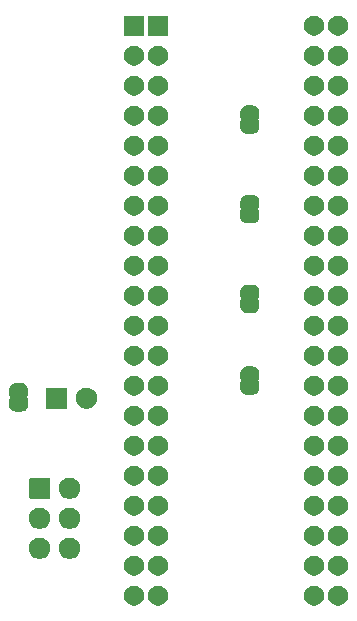
<source format=gbr>
G04 #@! TF.GenerationSoftware,KiCad,Pcbnew,5.1.5+dfsg1-2build2*
G04 #@! TF.CreationDate,2022-03-13T21:19:34-04:00*
G04 #@! TF.ProjectId,vdg_breakout,7664675f-6272-4656-916b-6f75742e6b69,rev?*
G04 #@! TF.SameCoordinates,Original*
G04 #@! TF.FileFunction,Soldermask,Bot*
G04 #@! TF.FilePolarity,Negative*
%FSLAX46Y46*%
G04 Gerber Fmt 4.6, Leading zero omitted, Abs format (unit mm)*
G04 Created by KiCad (PCBNEW 5.1.5+dfsg1-2build2) date 2022-03-13 21:19:34*
%MOMM*%
%LPD*%
G04 APERTURE LIST*
%ADD10C,0.100000*%
G04 APERTURE END LIST*
D10*
G36*
X140488229Y-108066704D02*
G01*
X140643101Y-108130854D01*
X140782482Y-108223986D01*
X140901016Y-108342520D01*
X140994148Y-108481901D01*
X141058298Y-108636773D01*
X141091001Y-108801185D01*
X141091001Y-108968817D01*
X141058298Y-109133229D01*
X140994148Y-109288101D01*
X140901016Y-109427482D01*
X140782482Y-109546016D01*
X140643101Y-109639148D01*
X140488229Y-109703298D01*
X140323817Y-109736001D01*
X140156185Y-109736001D01*
X139991773Y-109703298D01*
X139836901Y-109639148D01*
X139697520Y-109546016D01*
X139578986Y-109427482D01*
X139485854Y-109288101D01*
X139421704Y-109133229D01*
X139389001Y-108968817D01*
X139389001Y-108801185D01*
X139421704Y-108636773D01*
X139485854Y-108481901D01*
X139578986Y-108342520D01*
X139697520Y-108223986D01*
X139836901Y-108130854D01*
X139991773Y-108066704D01*
X140156185Y-108034001D01*
X140323817Y-108034001D01*
X140488229Y-108066704D01*
G37*
G36*
X125248229Y-108066704D02*
G01*
X125403101Y-108130854D01*
X125542482Y-108223986D01*
X125661016Y-108342520D01*
X125754148Y-108481901D01*
X125818298Y-108636773D01*
X125851001Y-108801185D01*
X125851001Y-108968817D01*
X125818298Y-109133229D01*
X125754148Y-109288101D01*
X125661016Y-109427482D01*
X125542482Y-109546016D01*
X125403101Y-109639148D01*
X125248229Y-109703298D01*
X125083817Y-109736001D01*
X124916185Y-109736001D01*
X124751773Y-109703298D01*
X124596901Y-109639148D01*
X124457520Y-109546016D01*
X124338986Y-109427482D01*
X124245854Y-109288101D01*
X124181704Y-109133229D01*
X124149001Y-108968817D01*
X124149001Y-108801185D01*
X124181704Y-108636773D01*
X124245854Y-108481901D01*
X124338986Y-108342520D01*
X124457520Y-108223986D01*
X124596901Y-108130854D01*
X124751773Y-108066704D01*
X124916185Y-108034001D01*
X125083817Y-108034001D01*
X125248229Y-108066704D01*
G37*
G36*
X123223228Y-108066704D02*
G01*
X123378100Y-108130854D01*
X123517481Y-108223986D01*
X123636015Y-108342520D01*
X123729147Y-108481901D01*
X123793297Y-108636773D01*
X123826000Y-108801185D01*
X123826000Y-108968817D01*
X123793297Y-109133229D01*
X123729147Y-109288101D01*
X123636015Y-109427482D01*
X123517481Y-109546016D01*
X123378100Y-109639148D01*
X123223228Y-109703298D01*
X123058816Y-109736001D01*
X122891184Y-109736001D01*
X122726772Y-109703298D01*
X122571900Y-109639148D01*
X122432519Y-109546016D01*
X122313985Y-109427482D01*
X122220853Y-109288101D01*
X122156703Y-109133229D01*
X122124000Y-108968817D01*
X122124000Y-108801185D01*
X122156703Y-108636773D01*
X122220853Y-108481901D01*
X122313985Y-108342520D01*
X122432519Y-108223986D01*
X122571900Y-108130854D01*
X122726772Y-108066704D01*
X122891184Y-108034001D01*
X123058816Y-108034001D01*
X123223228Y-108066704D01*
G37*
G36*
X138463228Y-108066704D02*
G01*
X138618100Y-108130854D01*
X138757481Y-108223986D01*
X138876015Y-108342520D01*
X138969147Y-108481901D01*
X139033297Y-108636773D01*
X139066000Y-108801185D01*
X139066000Y-108968817D01*
X139033297Y-109133229D01*
X138969147Y-109288101D01*
X138876015Y-109427482D01*
X138757481Y-109546016D01*
X138618100Y-109639148D01*
X138463228Y-109703298D01*
X138298816Y-109736001D01*
X138131184Y-109736001D01*
X137966772Y-109703298D01*
X137811900Y-109639148D01*
X137672519Y-109546016D01*
X137553985Y-109427482D01*
X137460853Y-109288101D01*
X137396703Y-109133229D01*
X137364000Y-108968817D01*
X137364000Y-108801185D01*
X137396703Y-108636773D01*
X137460853Y-108481901D01*
X137553985Y-108342520D01*
X137672519Y-108223986D01*
X137811900Y-108130854D01*
X137966772Y-108066704D01*
X138131184Y-108034001D01*
X138298816Y-108034001D01*
X138463228Y-108066704D01*
G37*
G36*
X138463228Y-105526704D02*
G01*
X138618100Y-105590854D01*
X138757481Y-105683986D01*
X138876015Y-105802520D01*
X138969147Y-105941901D01*
X139033297Y-106096773D01*
X139066000Y-106261185D01*
X139066000Y-106428817D01*
X139033297Y-106593229D01*
X138969147Y-106748101D01*
X138876015Y-106887482D01*
X138757481Y-107006016D01*
X138618100Y-107099148D01*
X138463228Y-107163298D01*
X138298816Y-107196001D01*
X138131184Y-107196001D01*
X137966772Y-107163298D01*
X137811900Y-107099148D01*
X137672519Y-107006016D01*
X137553985Y-106887482D01*
X137460853Y-106748101D01*
X137396703Y-106593229D01*
X137364000Y-106428817D01*
X137364000Y-106261185D01*
X137396703Y-106096773D01*
X137460853Y-105941901D01*
X137553985Y-105802520D01*
X137672519Y-105683986D01*
X137811900Y-105590854D01*
X137966772Y-105526704D01*
X138131184Y-105494001D01*
X138298816Y-105494001D01*
X138463228Y-105526704D01*
G37*
G36*
X125248229Y-105526704D02*
G01*
X125403101Y-105590854D01*
X125542482Y-105683986D01*
X125661016Y-105802520D01*
X125754148Y-105941901D01*
X125818298Y-106096773D01*
X125851001Y-106261185D01*
X125851001Y-106428817D01*
X125818298Y-106593229D01*
X125754148Y-106748101D01*
X125661016Y-106887482D01*
X125542482Y-107006016D01*
X125403101Y-107099148D01*
X125248229Y-107163298D01*
X125083817Y-107196001D01*
X124916185Y-107196001D01*
X124751773Y-107163298D01*
X124596901Y-107099148D01*
X124457520Y-107006016D01*
X124338986Y-106887482D01*
X124245854Y-106748101D01*
X124181704Y-106593229D01*
X124149001Y-106428817D01*
X124149001Y-106261185D01*
X124181704Y-106096773D01*
X124245854Y-105941901D01*
X124338986Y-105802520D01*
X124457520Y-105683986D01*
X124596901Y-105590854D01*
X124751773Y-105526704D01*
X124916185Y-105494001D01*
X125083817Y-105494001D01*
X125248229Y-105526704D01*
G37*
G36*
X140488229Y-105526704D02*
G01*
X140643101Y-105590854D01*
X140782482Y-105683986D01*
X140901016Y-105802520D01*
X140994148Y-105941901D01*
X141058298Y-106096773D01*
X141091001Y-106261185D01*
X141091001Y-106428817D01*
X141058298Y-106593229D01*
X140994148Y-106748101D01*
X140901016Y-106887482D01*
X140782482Y-107006016D01*
X140643101Y-107099148D01*
X140488229Y-107163298D01*
X140323817Y-107196001D01*
X140156185Y-107196001D01*
X139991773Y-107163298D01*
X139836901Y-107099148D01*
X139697520Y-107006016D01*
X139578986Y-106887482D01*
X139485854Y-106748101D01*
X139421704Y-106593229D01*
X139389001Y-106428817D01*
X139389001Y-106261185D01*
X139421704Y-106096773D01*
X139485854Y-105941901D01*
X139578986Y-105802520D01*
X139697520Y-105683986D01*
X139836901Y-105590854D01*
X139991773Y-105526704D01*
X140156185Y-105494001D01*
X140323817Y-105494001D01*
X140488229Y-105526704D01*
G37*
G36*
X123223228Y-105526704D02*
G01*
X123378100Y-105590854D01*
X123517481Y-105683986D01*
X123636015Y-105802520D01*
X123729147Y-105941901D01*
X123793297Y-106096773D01*
X123826000Y-106261185D01*
X123826000Y-106428817D01*
X123793297Y-106593229D01*
X123729147Y-106748101D01*
X123636015Y-106887482D01*
X123517481Y-107006016D01*
X123378100Y-107099148D01*
X123223228Y-107163298D01*
X123058816Y-107196001D01*
X122891184Y-107196001D01*
X122726772Y-107163298D01*
X122571900Y-107099148D01*
X122432519Y-107006016D01*
X122313985Y-106887482D01*
X122220853Y-106748101D01*
X122156703Y-106593229D01*
X122124000Y-106428817D01*
X122124000Y-106261185D01*
X122156703Y-106096773D01*
X122220853Y-105941901D01*
X122313985Y-105802520D01*
X122432519Y-105683986D01*
X122571900Y-105590854D01*
X122726772Y-105526704D01*
X122891184Y-105494001D01*
X123058816Y-105494001D01*
X123223228Y-105526704D01*
G37*
G36*
X115088512Y-103983927D02*
G01*
X115237812Y-104013624D01*
X115401784Y-104081544D01*
X115549354Y-104180147D01*
X115674853Y-104305646D01*
X115773456Y-104453216D01*
X115841376Y-104617188D01*
X115876000Y-104791259D01*
X115876000Y-104968741D01*
X115841376Y-105142812D01*
X115773456Y-105306784D01*
X115674853Y-105454354D01*
X115549354Y-105579853D01*
X115401784Y-105678456D01*
X115237812Y-105746376D01*
X115088512Y-105776073D01*
X115063742Y-105781000D01*
X114886258Y-105781000D01*
X114861488Y-105776073D01*
X114712188Y-105746376D01*
X114548216Y-105678456D01*
X114400646Y-105579853D01*
X114275147Y-105454354D01*
X114176544Y-105306784D01*
X114108624Y-105142812D01*
X114074000Y-104968741D01*
X114074000Y-104791259D01*
X114108624Y-104617188D01*
X114176544Y-104453216D01*
X114275147Y-104305646D01*
X114400646Y-104180147D01*
X114548216Y-104081544D01*
X114712188Y-104013624D01*
X114861488Y-103983927D01*
X114886258Y-103979000D01*
X115063742Y-103979000D01*
X115088512Y-103983927D01*
G37*
G36*
X117628512Y-103983927D02*
G01*
X117777812Y-104013624D01*
X117941784Y-104081544D01*
X118089354Y-104180147D01*
X118214853Y-104305646D01*
X118313456Y-104453216D01*
X118381376Y-104617188D01*
X118416000Y-104791259D01*
X118416000Y-104968741D01*
X118381376Y-105142812D01*
X118313456Y-105306784D01*
X118214853Y-105454354D01*
X118089354Y-105579853D01*
X117941784Y-105678456D01*
X117777812Y-105746376D01*
X117628512Y-105776073D01*
X117603742Y-105781000D01*
X117426258Y-105781000D01*
X117401488Y-105776073D01*
X117252188Y-105746376D01*
X117088216Y-105678456D01*
X116940646Y-105579853D01*
X116815147Y-105454354D01*
X116716544Y-105306784D01*
X116648624Y-105142812D01*
X116614000Y-104968741D01*
X116614000Y-104791259D01*
X116648624Y-104617188D01*
X116716544Y-104453216D01*
X116815147Y-104305646D01*
X116940646Y-104180147D01*
X117088216Y-104081544D01*
X117252188Y-104013624D01*
X117401488Y-103983927D01*
X117426258Y-103979000D01*
X117603742Y-103979000D01*
X117628512Y-103983927D01*
G37*
G36*
X123223228Y-102986704D02*
G01*
X123378100Y-103050854D01*
X123517481Y-103143986D01*
X123636015Y-103262520D01*
X123729147Y-103401901D01*
X123793297Y-103556773D01*
X123826000Y-103721185D01*
X123826000Y-103888817D01*
X123793297Y-104053229D01*
X123729147Y-104208101D01*
X123636015Y-104347482D01*
X123517481Y-104466016D01*
X123378100Y-104559148D01*
X123223228Y-104623298D01*
X123058816Y-104656001D01*
X122891184Y-104656001D01*
X122726772Y-104623298D01*
X122571900Y-104559148D01*
X122432519Y-104466016D01*
X122313985Y-104347482D01*
X122220853Y-104208101D01*
X122156703Y-104053229D01*
X122124000Y-103888817D01*
X122124000Y-103721185D01*
X122156703Y-103556773D01*
X122220853Y-103401901D01*
X122313985Y-103262520D01*
X122432519Y-103143986D01*
X122571900Y-103050854D01*
X122726772Y-102986704D01*
X122891184Y-102954001D01*
X123058816Y-102954001D01*
X123223228Y-102986704D01*
G37*
G36*
X138463228Y-102986704D02*
G01*
X138618100Y-103050854D01*
X138757481Y-103143986D01*
X138876015Y-103262520D01*
X138969147Y-103401901D01*
X139033297Y-103556773D01*
X139066000Y-103721185D01*
X139066000Y-103888817D01*
X139033297Y-104053229D01*
X138969147Y-104208101D01*
X138876015Y-104347482D01*
X138757481Y-104466016D01*
X138618100Y-104559148D01*
X138463228Y-104623298D01*
X138298816Y-104656001D01*
X138131184Y-104656001D01*
X137966772Y-104623298D01*
X137811900Y-104559148D01*
X137672519Y-104466016D01*
X137553985Y-104347482D01*
X137460853Y-104208101D01*
X137396703Y-104053229D01*
X137364000Y-103888817D01*
X137364000Y-103721185D01*
X137396703Y-103556773D01*
X137460853Y-103401901D01*
X137553985Y-103262520D01*
X137672519Y-103143986D01*
X137811900Y-103050854D01*
X137966772Y-102986704D01*
X138131184Y-102954001D01*
X138298816Y-102954001D01*
X138463228Y-102986704D01*
G37*
G36*
X125248229Y-102986704D02*
G01*
X125403101Y-103050854D01*
X125542482Y-103143986D01*
X125661016Y-103262520D01*
X125754148Y-103401901D01*
X125818298Y-103556773D01*
X125851001Y-103721185D01*
X125851001Y-103888817D01*
X125818298Y-104053229D01*
X125754148Y-104208101D01*
X125661016Y-104347482D01*
X125542482Y-104466016D01*
X125403101Y-104559148D01*
X125248229Y-104623298D01*
X125083817Y-104656001D01*
X124916185Y-104656001D01*
X124751773Y-104623298D01*
X124596901Y-104559148D01*
X124457520Y-104466016D01*
X124338986Y-104347482D01*
X124245854Y-104208101D01*
X124181704Y-104053229D01*
X124149001Y-103888817D01*
X124149001Y-103721185D01*
X124181704Y-103556773D01*
X124245854Y-103401901D01*
X124338986Y-103262520D01*
X124457520Y-103143986D01*
X124596901Y-103050854D01*
X124751773Y-102986704D01*
X124916185Y-102954001D01*
X125083817Y-102954001D01*
X125248229Y-102986704D01*
G37*
G36*
X140488229Y-102986704D02*
G01*
X140643101Y-103050854D01*
X140782482Y-103143986D01*
X140901016Y-103262520D01*
X140994148Y-103401901D01*
X141058298Y-103556773D01*
X141091001Y-103721185D01*
X141091001Y-103888817D01*
X141058298Y-104053229D01*
X140994148Y-104208101D01*
X140901016Y-104347482D01*
X140782482Y-104466016D01*
X140643101Y-104559148D01*
X140488229Y-104623298D01*
X140323817Y-104656001D01*
X140156185Y-104656001D01*
X139991773Y-104623298D01*
X139836901Y-104559148D01*
X139697520Y-104466016D01*
X139578986Y-104347482D01*
X139485854Y-104208101D01*
X139421704Y-104053229D01*
X139389001Y-103888817D01*
X139389001Y-103721185D01*
X139421704Y-103556773D01*
X139485854Y-103401901D01*
X139578986Y-103262520D01*
X139697520Y-103143986D01*
X139836901Y-103050854D01*
X139991773Y-102986704D01*
X140156185Y-102954001D01*
X140323817Y-102954001D01*
X140488229Y-102986704D01*
G37*
G36*
X115088512Y-101443927D02*
G01*
X115237812Y-101473624D01*
X115401784Y-101541544D01*
X115549354Y-101640147D01*
X115674853Y-101765646D01*
X115773456Y-101913216D01*
X115841376Y-102077188D01*
X115876000Y-102251259D01*
X115876000Y-102428741D01*
X115841376Y-102602812D01*
X115773456Y-102766784D01*
X115674853Y-102914354D01*
X115549354Y-103039853D01*
X115401784Y-103138456D01*
X115237812Y-103206376D01*
X115088512Y-103236073D01*
X115063742Y-103241000D01*
X114886258Y-103241000D01*
X114861488Y-103236073D01*
X114712188Y-103206376D01*
X114548216Y-103138456D01*
X114400646Y-103039853D01*
X114275147Y-102914354D01*
X114176544Y-102766784D01*
X114108624Y-102602812D01*
X114074000Y-102428741D01*
X114074000Y-102251259D01*
X114108624Y-102077188D01*
X114176544Y-101913216D01*
X114275147Y-101765646D01*
X114400646Y-101640147D01*
X114548216Y-101541544D01*
X114712188Y-101473624D01*
X114861488Y-101443927D01*
X114886258Y-101439000D01*
X115063742Y-101439000D01*
X115088512Y-101443927D01*
G37*
G36*
X117628512Y-101443927D02*
G01*
X117777812Y-101473624D01*
X117941784Y-101541544D01*
X118089354Y-101640147D01*
X118214853Y-101765646D01*
X118313456Y-101913216D01*
X118381376Y-102077188D01*
X118416000Y-102251259D01*
X118416000Y-102428741D01*
X118381376Y-102602812D01*
X118313456Y-102766784D01*
X118214853Y-102914354D01*
X118089354Y-103039853D01*
X117941784Y-103138456D01*
X117777812Y-103206376D01*
X117628512Y-103236073D01*
X117603742Y-103241000D01*
X117426258Y-103241000D01*
X117401488Y-103236073D01*
X117252188Y-103206376D01*
X117088216Y-103138456D01*
X116940646Y-103039853D01*
X116815147Y-102914354D01*
X116716544Y-102766784D01*
X116648624Y-102602812D01*
X116614000Y-102428741D01*
X116614000Y-102251259D01*
X116648624Y-102077188D01*
X116716544Y-101913216D01*
X116815147Y-101765646D01*
X116940646Y-101640147D01*
X117088216Y-101541544D01*
X117252188Y-101473624D01*
X117401488Y-101443927D01*
X117426258Y-101439000D01*
X117603742Y-101439000D01*
X117628512Y-101443927D01*
G37*
G36*
X138463228Y-100446704D02*
G01*
X138618100Y-100510854D01*
X138757481Y-100603986D01*
X138876015Y-100722520D01*
X138969147Y-100861901D01*
X139033297Y-101016773D01*
X139066000Y-101181185D01*
X139066000Y-101348817D01*
X139033297Y-101513229D01*
X138969147Y-101668101D01*
X138876015Y-101807482D01*
X138757481Y-101926016D01*
X138618100Y-102019148D01*
X138463228Y-102083298D01*
X138298816Y-102116001D01*
X138131184Y-102116001D01*
X137966772Y-102083298D01*
X137811900Y-102019148D01*
X137672519Y-101926016D01*
X137553985Y-101807482D01*
X137460853Y-101668101D01*
X137396703Y-101513229D01*
X137364000Y-101348817D01*
X137364000Y-101181185D01*
X137396703Y-101016773D01*
X137460853Y-100861901D01*
X137553985Y-100722520D01*
X137672519Y-100603986D01*
X137811900Y-100510854D01*
X137966772Y-100446704D01*
X138131184Y-100414001D01*
X138298816Y-100414001D01*
X138463228Y-100446704D01*
G37*
G36*
X123223228Y-100446704D02*
G01*
X123378100Y-100510854D01*
X123517481Y-100603986D01*
X123636015Y-100722520D01*
X123729147Y-100861901D01*
X123793297Y-101016773D01*
X123826000Y-101181185D01*
X123826000Y-101348817D01*
X123793297Y-101513229D01*
X123729147Y-101668101D01*
X123636015Y-101807482D01*
X123517481Y-101926016D01*
X123378100Y-102019148D01*
X123223228Y-102083298D01*
X123058816Y-102116001D01*
X122891184Y-102116001D01*
X122726772Y-102083298D01*
X122571900Y-102019148D01*
X122432519Y-101926016D01*
X122313985Y-101807482D01*
X122220853Y-101668101D01*
X122156703Y-101513229D01*
X122124000Y-101348817D01*
X122124000Y-101181185D01*
X122156703Y-101016773D01*
X122220853Y-100861901D01*
X122313985Y-100722520D01*
X122432519Y-100603986D01*
X122571900Y-100510854D01*
X122726772Y-100446704D01*
X122891184Y-100414001D01*
X123058816Y-100414001D01*
X123223228Y-100446704D01*
G37*
G36*
X125248229Y-100446704D02*
G01*
X125403101Y-100510854D01*
X125542482Y-100603986D01*
X125661016Y-100722520D01*
X125754148Y-100861901D01*
X125818298Y-101016773D01*
X125851001Y-101181185D01*
X125851001Y-101348817D01*
X125818298Y-101513229D01*
X125754148Y-101668101D01*
X125661016Y-101807482D01*
X125542482Y-101926016D01*
X125403101Y-102019148D01*
X125248229Y-102083298D01*
X125083817Y-102116001D01*
X124916185Y-102116001D01*
X124751773Y-102083298D01*
X124596901Y-102019148D01*
X124457520Y-101926016D01*
X124338986Y-101807482D01*
X124245854Y-101668101D01*
X124181704Y-101513229D01*
X124149001Y-101348817D01*
X124149001Y-101181185D01*
X124181704Y-101016773D01*
X124245854Y-100861901D01*
X124338986Y-100722520D01*
X124457520Y-100603986D01*
X124596901Y-100510854D01*
X124751773Y-100446704D01*
X124916185Y-100414001D01*
X125083817Y-100414001D01*
X125248229Y-100446704D01*
G37*
G36*
X140488229Y-100446704D02*
G01*
X140643101Y-100510854D01*
X140782482Y-100603986D01*
X140901016Y-100722520D01*
X140994148Y-100861901D01*
X141058298Y-101016773D01*
X141091001Y-101181185D01*
X141091001Y-101348817D01*
X141058298Y-101513229D01*
X140994148Y-101668101D01*
X140901016Y-101807482D01*
X140782482Y-101926016D01*
X140643101Y-102019148D01*
X140488229Y-102083298D01*
X140323817Y-102116001D01*
X140156185Y-102116001D01*
X139991773Y-102083298D01*
X139836901Y-102019148D01*
X139697520Y-101926016D01*
X139578986Y-101807482D01*
X139485854Y-101668101D01*
X139421704Y-101513229D01*
X139389001Y-101348817D01*
X139389001Y-101181185D01*
X139421704Y-101016773D01*
X139485854Y-100861901D01*
X139578986Y-100722520D01*
X139697520Y-100603986D01*
X139836901Y-100510854D01*
X139991773Y-100446704D01*
X140156185Y-100414001D01*
X140323817Y-100414001D01*
X140488229Y-100446704D01*
G37*
G36*
X117623796Y-98902989D02*
G01*
X117777812Y-98933624D01*
X117941784Y-99001544D01*
X118089354Y-99100147D01*
X118214853Y-99225646D01*
X118313456Y-99373216D01*
X118381376Y-99537188D01*
X118416000Y-99711259D01*
X118416000Y-99888741D01*
X118381376Y-100062812D01*
X118313456Y-100226784D01*
X118214853Y-100374354D01*
X118089354Y-100499853D01*
X117941784Y-100598456D01*
X117777812Y-100666376D01*
X117629341Y-100695908D01*
X117603742Y-100701000D01*
X117426258Y-100701000D01*
X117400659Y-100695908D01*
X117252188Y-100666376D01*
X117088216Y-100598456D01*
X116940646Y-100499853D01*
X116815147Y-100374354D01*
X116716544Y-100226784D01*
X116648624Y-100062812D01*
X116614000Y-99888741D01*
X116614000Y-99711259D01*
X116648624Y-99537188D01*
X116716544Y-99373216D01*
X116815147Y-99225646D01*
X116940646Y-99100147D01*
X117088216Y-99001544D01*
X117252188Y-98933624D01*
X117406204Y-98902989D01*
X117426258Y-98899000D01*
X117603742Y-98899000D01*
X117623796Y-98902989D01*
G37*
G36*
X115733600Y-98902989D02*
G01*
X115766652Y-98913015D01*
X115797103Y-98929292D01*
X115823799Y-98951201D01*
X115845708Y-98977897D01*
X115861985Y-99008348D01*
X115872011Y-99041400D01*
X115876000Y-99081903D01*
X115876000Y-100518097D01*
X115872011Y-100558600D01*
X115861985Y-100591652D01*
X115845708Y-100622103D01*
X115823799Y-100648799D01*
X115797103Y-100670708D01*
X115766652Y-100686985D01*
X115733600Y-100697011D01*
X115693097Y-100701000D01*
X114256903Y-100701000D01*
X114216400Y-100697011D01*
X114183348Y-100686985D01*
X114152897Y-100670708D01*
X114126201Y-100648799D01*
X114104292Y-100622103D01*
X114088015Y-100591652D01*
X114077989Y-100558600D01*
X114074000Y-100518097D01*
X114074000Y-99081903D01*
X114077989Y-99041400D01*
X114088015Y-99008348D01*
X114104292Y-98977897D01*
X114126201Y-98951201D01*
X114152897Y-98929292D01*
X114183348Y-98913015D01*
X114216400Y-98902989D01*
X114256903Y-98899000D01*
X115693097Y-98899000D01*
X115733600Y-98902989D01*
G37*
G36*
X125248229Y-97906704D02*
G01*
X125403101Y-97970854D01*
X125542482Y-98063986D01*
X125661016Y-98182520D01*
X125754148Y-98321901D01*
X125818298Y-98476773D01*
X125851001Y-98641185D01*
X125851001Y-98808817D01*
X125818298Y-98973229D01*
X125754148Y-99128101D01*
X125661016Y-99267482D01*
X125542482Y-99386016D01*
X125403101Y-99479148D01*
X125248229Y-99543298D01*
X125083817Y-99576001D01*
X124916185Y-99576001D01*
X124751773Y-99543298D01*
X124596901Y-99479148D01*
X124457520Y-99386016D01*
X124338986Y-99267482D01*
X124245854Y-99128101D01*
X124181704Y-98973229D01*
X124149001Y-98808817D01*
X124149001Y-98641185D01*
X124181704Y-98476773D01*
X124245854Y-98321901D01*
X124338986Y-98182520D01*
X124457520Y-98063986D01*
X124596901Y-97970854D01*
X124751773Y-97906704D01*
X124916185Y-97874001D01*
X125083817Y-97874001D01*
X125248229Y-97906704D01*
G37*
G36*
X140488229Y-97906704D02*
G01*
X140643101Y-97970854D01*
X140782482Y-98063986D01*
X140901016Y-98182520D01*
X140994148Y-98321901D01*
X141058298Y-98476773D01*
X141091001Y-98641185D01*
X141091001Y-98808817D01*
X141058298Y-98973229D01*
X140994148Y-99128101D01*
X140901016Y-99267482D01*
X140782482Y-99386016D01*
X140643101Y-99479148D01*
X140488229Y-99543298D01*
X140323817Y-99576001D01*
X140156185Y-99576001D01*
X139991773Y-99543298D01*
X139836901Y-99479148D01*
X139697520Y-99386016D01*
X139578986Y-99267482D01*
X139485854Y-99128101D01*
X139421704Y-98973229D01*
X139389001Y-98808817D01*
X139389001Y-98641185D01*
X139421704Y-98476773D01*
X139485854Y-98321901D01*
X139578986Y-98182520D01*
X139697520Y-98063986D01*
X139836901Y-97970854D01*
X139991773Y-97906704D01*
X140156185Y-97874001D01*
X140323817Y-97874001D01*
X140488229Y-97906704D01*
G37*
G36*
X138463228Y-97906704D02*
G01*
X138618100Y-97970854D01*
X138757481Y-98063986D01*
X138876015Y-98182520D01*
X138969147Y-98321901D01*
X139033297Y-98476773D01*
X139066000Y-98641185D01*
X139066000Y-98808817D01*
X139033297Y-98973229D01*
X138969147Y-99128101D01*
X138876015Y-99267482D01*
X138757481Y-99386016D01*
X138618100Y-99479148D01*
X138463228Y-99543298D01*
X138298816Y-99576001D01*
X138131184Y-99576001D01*
X137966772Y-99543298D01*
X137811900Y-99479148D01*
X137672519Y-99386016D01*
X137553985Y-99267482D01*
X137460853Y-99128101D01*
X137396703Y-98973229D01*
X137364000Y-98808817D01*
X137364000Y-98641185D01*
X137396703Y-98476773D01*
X137460853Y-98321901D01*
X137553985Y-98182520D01*
X137672519Y-98063986D01*
X137811900Y-97970854D01*
X137966772Y-97906704D01*
X138131184Y-97874001D01*
X138298816Y-97874001D01*
X138463228Y-97906704D01*
G37*
G36*
X123223228Y-97906704D02*
G01*
X123378100Y-97970854D01*
X123517481Y-98063986D01*
X123636015Y-98182520D01*
X123729147Y-98321901D01*
X123793297Y-98476773D01*
X123826000Y-98641185D01*
X123826000Y-98808817D01*
X123793297Y-98973229D01*
X123729147Y-99128101D01*
X123636015Y-99267482D01*
X123517481Y-99386016D01*
X123378100Y-99479148D01*
X123223228Y-99543298D01*
X123058816Y-99576001D01*
X122891184Y-99576001D01*
X122726772Y-99543298D01*
X122571900Y-99479148D01*
X122432519Y-99386016D01*
X122313985Y-99267482D01*
X122220853Y-99128101D01*
X122156703Y-98973229D01*
X122124000Y-98808817D01*
X122124000Y-98641185D01*
X122156703Y-98476773D01*
X122220853Y-98321901D01*
X122313985Y-98182520D01*
X122432519Y-98063986D01*
X122571900Y-97970854D01*
X122726772Y-97906704D01*
X122891184Y-97874001D01*
X123058816Y-97874001D01*
X123223228Y-97906704D01*
G37*
G36*
X138463228Y-95366704D02*
G01*
X138618100Y-95430854D01*
X138757481Y-95523986D01*
X138876015Y-95642520D01*
X138969147Y-95781901D01*
X139033297Y-95936773D01*
X139066000Y-96101185D01*
X139066000Y-96268817D01*
X139033297Y-96433229D01*
X138969147Y-96588101D01*
X138876015Y-96727482D01*
X138757481Y-96846016D01*
X138618100Y-96939148D01*
X138463228Y-97003298D01*
X138298816Y-97036001D01*
X138131184Y-97036001D01*
X137966772Y-97003298D01*
X137811900Y-96939148D01*
X137672519Y-96846016D01*
X137553985Y-96727482D01*
X137460853Y-96588101D01*
X137396703Y-96433229D01*
X137364000Y-96268817D01*
X137364000Y-96101185D01*
X137396703Y-95936773D01*
X137460853Y-95781901D01*
X137553985Y-95642520D01*
X137672519Y-95523986D01*
X137811900Y-95430854D01*
X137966772Y-95366704D01*
X138131184Y-95334001D01*
X138298816Y-95334001D01*
X138463228Y-95366704D01*
G37*
G36*
X125248229Y-95366704D02*
G01*
X125403101Y-95430854D01*
X125542482Y-95523986D01*
X125661016Y-95642520D01*
X125754148Y-95781901D01*
X125818298Y-95936773D01*
X125851001Y-96101185D01*
X125851001Y-96268817D01*
X125818298Y-96433229D01*
X125754148Y-96588101D01*
X125661016Y-96727482D01*
X125542482Y-96846016D01*
X125403101Y-96939148D01*
X125248229Y-97003298D01*
X125083817Y-97036001D01*
X124916185Y-97036001D01*
X124751773Y-97003298D01*
X124596901Y-96939148D01*
X124457520Y-96846016D01*
X124338986Y-96727482D01*
X124245854Y-96588101D01*
X124181704Y-96433229D01*
X124149001Y-96268817D01*
X124149001Y-96101185D01*
X124181704Y-95936773D01*
X124245854Y-95781901D01*
X124338986Y-95642520D01*
X124457520Y-95523986D01*
X124596901Y-95430854D01*
X124751773Y-95366704D01*
X124916185Y-95334001D01*
X125083817Y-95334001D01*
X125248229Y-95366704D01*
G37*
G36*
X123223228Y-95366704D02*
G01*
X123378100Y-95430854D01*
X123517481Y-95523986D01*
X123636015Y-95642520D01*
X123729147Y-95781901D01*
X123793297Y-95936773D01*
X123826000Y-96101185D01*
X123826000Y-96268817D01*
X123793297Y-96433229D01*
X123729147Y-96588101D01*
X123636015Y-96727482D01*
X123517481Y-96846016D01*
X123378100Y-96939148D01*
X123223228Y-97003298D01*
X123058816Y-97036001D01*
X122891184Y-97036001D01*
X122726772Y-97003298D01*
X122571900Y-96939148D01*
X122432519Y-96846016D01*
X122313985Y-96727482D01*
X122220853Y-96588101D01*
X122156703Y-96433229D01*
X122124000Y-96268817D01*
X122124000Y-96101185D01*
X122156703Y-95936773D01*
X122220853Y-95781901D01*
X122313985Y-95642520D01*
X122432519Y-95523986D01*
X122571900Y-95430854D01*
X122726772Y-95366704D01*
X122891184Y-95334001D01*
X123058816Y-95334001D01*
X123223228Y-95366704D01*
G37*
G36*
X140488229Y-95366704D02*
G01*
X140643101Y-95430854D01*
X140782482Y-95523986D01*
X140901016Y-95642520D01*
X140994148Y-95781901D01*
X141058298Y-95936773D01*
X141091001Y-96101185D01*
X141091001Y-96268817D01*
X141058298Y-96433229D01*
X140994148Y-96588101D01*
X140901016Y-96727482D01*
X140782482Y-96846016D01*
X140643101Y-96939148D01*
X140488229Y-97003298D01*
X140323817Y-97036001D01*
X140156185Y-97036001D01*
X139991773Y-97003298D01*
X139836901Y-96939148D01*
X139697520Y-96846016D01*
X139578986Y-96727482D01*
X139485854Y-96588101D01*
X139421704Y-96433229D01*
X139389001Y-96268817D01*
X139389001Y-96101185D01*
X139421704Y-95936773D01*
X139485854Y-95781901D01*
X139578986Y-95642520D01*
X139697520Y-95523986D01*
X139836901Y-95430854D01*
X139991773Y-95366704D01*
X140156185Y-95334001D01*
X140323817Y-95334001D01*
X140488229Y-95366704D01*
G37*
G36*
X125248229Y-92826704D02*
G01*
X125403101Y-92890854D01*
X125542482Y-92983986D01*
X125661016Y-93102520D01*
X125754148Y-93241901D01*
X125818298Y-93396773D01*
X125851001Y-93561185D01*
X125851001Y-93728817D01*
X125818298Y-93893229D01*
X125754148Y-94048101D01*
X125661016Y-94187482D01*
X125542482Y-94306016D01*
X125403101Y-94399148D01*
X125248229Y-94463298D01*
X125083817Y-94496001D01*
X124916185Y-94496001D01*
X124751773Y-94463298D01*
X124596901Y-94399148D01*
X124457520Y-94306016D01*
X124338986Y-94187482D01*
X124245854Y-94048101D01*
X124181704Y-93893229D01*
X124149001Y-93728817D01*
X124149001Y-93561185D01*
X124181704Y-93396773D01*
X124245854Y-93241901D01*
X124338986Y-93102520D01*
X124457520Y-92983986D01*
X124596901Y-92890854D01*
X124751773Y-92826704D01*
X124916185Y-92794001D01*
X125083817Y-92794001D01*
X125248229Y-92826704D01*
G37*
G36*
X140488229Y-92826704D02*
G01*
X140643101Y-92890854D01*
X140782482Y-92983986D01*
X140901016Y-93102520D01*
X140994148Y-93241901D01*
X141058298Y-93396773D01*
X141091001Y-93561185D01*
X141091001Y-93728817D01*
X141058298Y-93893229D01*
X140994148Y-94048101D01*
X140901016Y-94187482D01*
X140782482Y-94306016D01*
X140643101Y-94399148D01*
X140488229Y-94463298D01*
X140323817Y-94496001D01*
X140156185Y-94496001D01*
X139991773Y-94463298D01*
X139836901Y-94399148D01*
X139697520Y-94306016D01*
X139578986Y-94187482D01*
X139485854Y-94048101D01*
X139421704Y-93893229D01*
X139389001Y-93728817D01*
X139389001Y-93561185D01*
X139421704Y-93396773D01*
X139485854Y-93241901D01*
X139578986Y-93102520D01*
X139697520Y-92983986D01*
X139836901Y-92890854D01*
X139991773Y-92826704D01*
X140156185Y-92794001D01*
X140323817Y-92794001D01*
X140488229Y-92826704D01*
G37*
G36*
X138463228Y-92826704D02*
G01*
X138618100Y-92890854D01*
X138757481Y-92983986D01*
X138876015Y-93102520D01*
X138969147Y-93241901D01*
X139033297Y-93396773D01*
X139066000Y-93561185D01*
X139066000Y-93728817D01*
X139033297Y-93893229D01*
X138969147Y-94048101D01*
X138876015Y-94187482D01*
X138757481Y-94306016D01*
X138618100Y-94399148D01*
X138463228Y-94463298D01*
X138298816Y-94496001D01*
X138131184Y-94496001D01*
X137966772Y-94463298D01*
X137811900Y-94399148D01*
X137672519Y-94306016D01*
X137553985Y-94187482D01*
X137460853Y-94048101D01*
X137396703Y-93893229D01*
X137364000Y-93728817D01*
X137364000Y-93561185D01*
X137396703Y-93396773D01*
X137460853Y-93241901D01*
X137553985Y-93102520D01*
X137672519Y-92983986D01*
X137811900Y-92890854D01*
X137966772Y-92826704D01*
X138131184Y-92794001D01*
X138298816Y-92794001D01*
X138463228Y-92826704D01*
G37*
G36*
X123223228Y-92826704D02*
G01*
X123378100Y-92890854D01*
X123517481Y-92983986D01*
X123636015Y-93102520D01*
X123729147Y-93241901D01*
X123793297Y-93396773D01*
X123826000Y-93561185D01*
X123826000Y-93728817D01*
X123793297Y-93893229D01*
X123729147Y-94048101D01*
X123636015Y-94187482D01*
X123517481Y-94306016D01*
X123378100Y-94399148D01*
X123223228Y-94463298D01*
X123058816Y-94496001D01*
X122891184Y-94496001D01*
X122726772Y-94463298D01*
X122571900Y-94399148D01*
X122432519Y-94306016D01*
X122313985Y-94187482D01*
X122220853Y-94048101D01*
X122156703Y-93893229D01*
X122124000Y-93728817D01*
X122124000Y-93561185D01*
X122156703Y-93396773D01*
X122220853Y-93241901D01*
X122313985Y-93102520D01*
X122432519Y-92983986D01*
X122571900Y-92890854D01*
X122726772Y-92826704D01*
X122891184Y-92794001D01*
X123058816Y-92794001D01*
X123223228Y-92826704D01*
G37*
G36*
X113462199Y-90899954D02*
G01*
X113474450Y-90900556D01*
X113492869Y-90900556D01*
X113515149Y-90902750D01*
X113599233Y-90919476D01*
X113620660Y-90925976D01*
X113699858Y-90958780D01*
X113705303Y-90961691D01*
X113705309Y-90961693D01*
X113714169Y-90966429D01*
X113714173Y-90966432D01*
X113719614Y-90969340D01*
X113790899Y-91016971D01*
X113808204Y-91031172D01*
X113868828Y-91091796D01*
X113883029Y-91109101D01*
X113930660Y-91180386D01*
X113933568Y-91185827D01*
X113933571Y-91185831D01*
X113938307Y-91194691D01*
X113938309Y-91194697D01*
X113941220Y-91200142D01*
X113974024Y-91279340D01*
X113980524Y-91300767D01*
X113997250Y-91384851D01*
X113999444Y-91407131D01*
X113999444Y-91425550D01*
X114000046Y-91437801D01*
X114001852Y-91456139D01*
X114001852Y-91943860D01*
X114000263Y-91959999D01*
X113997348Y-91969608D01*
X113992610Y-91978472D01*
X113986237Y-91986237D01*
X113973794Y-91996448D01*
X113963425Y-92003378D01*
X113946098Y-92020705D01*
X113932485Y-92041080D01*
X113923109Y-92063720D01*
X113918329Y-92087753D01*
X113918330Y-92112257D01*
X113923112Y-92136290D01*
X113932490Y-92158929D01*
X113946105Y-92179302D01*
X113963432Y-92196629D01*
X113973802Y-92203558D01*
X113986237Y-92213763D01*
X113992610Y-92221528D01*
X113997348Y-92230392D01*
X114000263Y-92240001D01*
X114001852Y-92256140D01*
X114001852Y-92743862D01*
X114000046Y-92762199D01*
X113999444Y-92774450D01*
X113999444Y-92792869D01*
X113997250Y-92815149D01*
X113980524Y-92899233D01*
X113974024Y-92920660D01*
X113941220Y-92999858D01*
X113938309Y-93005303D01*
X113938307Y-93005309D01*
X113933571Y-93014169D01*
X113933568Y-93014173D01*
X113930660Y-93019614D01*
X113883029Y-93090899D01*
X113868828Y-93108204D01*
X113808204Y-93168828D01*
X113790899Y-93183029D01*
X113719614Y-93230660D01*
X113714173Y-93233568D01*
X113714169Y-93233571D01*
X113705309Y-93238307D01*
X113705303Y-93238309D01*
X113699858Y-93241220D01*
X113620660Y-93274024D01*
X113599233Y-93280524D01*
X113515149Y-93297250D01*
X113492869Y-93299444D01*
X113474450Y-93299444D01*
X113462199Y-93300046D01*
X113443862Y-93301852D01*
X112956138Y-93301852D01*
X112937801Y-93300046D01*
X112925550Y-93299444D01*
X112907131Y-93299444D01*
X112884851Y-93297250D01*
X112800767Y-93280524D01*
X112779340Y-93274024D01*
X112700142Y-93241220D01*
X112694697Y-93238309D01*
X112694691Y-93238307D01*
X112685831Y-93233571D01*
X112685827Y-93233568D01*
X112680386Y-93230660D01*
X112609101Y-93183029D01*
X112591796Y-93168828D01*
X112531172Y-93108204D01*
X112516971Y-93090899D01*
X112469340Y-93019614D01*
X112466432Y-93014173D01*
X112466429Y-93014169D01*
X112461693Y-93005309D01*
X112461691Y-93005303D01*
X112458780Y-92999858D01*
X112425976Y-92920660D01*
X112419476Y-92899233D01*
X112402750Y-92815149D01*
X112400556Y-92792869D01*
X112400556Y-92774450D01*
X112399954Y-92762199D01*
X112398148Y-92743862D01*
X112398148Y-92256140D01*
X112399737Y-92240001D01*
X112402652Y-92230392D01*
X112407390Y-92221528D01*
X112413763Y-92213763D01*
X112426206Y-92203552D01*
X112436575Y-92196622D01*
X112453902Y-92179295D01*
X112467515Y-92158920D01*
X112476891Y-92136280D01*
X112481671Y-92112247D01*
X112481670Y-92087743D01*
X112476888Y-92063710D01*
X112467510Y-92041071D01*
X112453895Y-92020698D01*
X112436568Y-92003371D01*
X112426198Y-91996442D01*
X112413763Y-91986237D01*
X112407390Y-91978472D01*
X112402652Y-91969608D01*
X112399737Y-91959999D01*
X112398148Y-91943860D01*
X112398148Y-91456139D01*
X112399954Y-91437801D01*
X112400556Y-91425550D01*
X112400556Y-91407131D01*
X112402750Y-91384851D01*
X112419476Y-91300767D01*
X112425976Y-91279340D01*
X112458780Y-91200142D01*
X112461691Y-91194697D01*
X112461693Y-91194691D01*
X112466429Y-91185831D01*
X112466432Y-91185827D01*
X112469340Y-91180386D01*
X112516971Y-91109101D01*
X112531172Y-91091796D01*
X112591796Y-91031172D01*
X112609101Y-91016971D01*
X112680386Y-90969340D01*
X112685827Y-90966432D01*
X112685831Y-90966429D01*
X112694691Y-90961693D01*
X112694697Y-90961691D01*
X112700142Y-90958780D01*
X112779340Y-90925976D01*
X112800767Y-90919476D01*
X112884851Y-90902750D01*
X112907131Y-90900556D01*
X112925550Y-90900556D01*
X112937801Y-90899954D01*
X112956139Y-90898148D01*
X113443861Y-90898148D01*
X113462199Y-90899954D01*
G37*
G36*
X119053512Y-91278927D02*
G01*
X119202812Y-91308624D01*
X119366784Y-91376544D01*
X119514354Y-91475147D01*
X119639853Y-91600646D01*
X119738456Y-91748216D01*
X119806376Y-91912188D01*
X119841000Y-92086259D01*
X119841000Y-92263741D01*
X119806376Y-92437812D01*
X119738456Y-92601784D01*
X119639853Y-92749354D01*
X119514354Y-92874853D01*
X119366784Y-92973456D01*
X119202812Y-93041376D01*
X119053512Y-93071073D01*
X119028742Y-93076000D01*
X118851258Y-93076000D01*
X118826488Y-93071073D01*
X118677188Y-93041376D01*
X118513216Y-92973456D01*
X118365646Y-92874853D01*
X118240147Y-92749354D01*
X118141544Y-92601784D01*
X118073624Y-92437812D01*
X118039000Y-92263741D01*
X118039000Y-92086259D01*
X118073624Y-91912188D01*
X118141544Y-91748216D01*
X118240147Y-91600646D01*
X118365646Y-91475147D01*
X118513216Y-91376544D01*
X118677188Y-91308624D01*
X118826488Y-91278927D01*
X118851258Y-91274000D01*
X119028742Y-91274000D01*
X119053512Y-91278927D01*
G37*
G36*
X117301000Y-93076000D02*
G01*
X115499000Y-93076000D01*
X115499000Y-91274000D01*
X117301000Y-91274000D01*
X117301000Y-93076000D01*
G37*
G36*
X138463228Y-90286704D02*
G01*
X138618100Y-90350854D01*
X138757481Y-90443986D01*
X138876015Y-90562520D01*
X138969147Y-90701901D01*
X139033297Y-90856773D01*
X139066000Y-91021185D01*
X139066000Y-91188817D01*
X139033297Y-91353229D01*
X138969147Y-91508101D01*
X138876015Y-91647482D01*
X138757481Y-91766016D01*
X138618100Y-91859148D01*
X138463228Y-91923298D01*
X138298816Y-91956001D01*
X138131184Y-91956001D01*
X137966772Y-91923298D01*
X137811900Y-91859148D01*
X137672519Y-91766016D01*
X137553985Y-91647482D01*
X137460853Y-91508101D01*
X137396703Y-91353229D01*
X137364000Y-91188817D01*
X137364000Y-91021185D01*
X137396703Y-90856773D01*
X137460853Y-90701901D01*
X137553985Y-90562520D01*
X137672519Y-90443986D01*
X137811900Y-90350854D01*
X137966772Y-90286704D01*
X138131184Y-90254001D01*
X138298816Y-90254001D01*
X138463228Y-90286704D01*
G37*
G36*
X140488229Y-90286704D02*
G01*
X140643101Y-90350854D01*
X140782482Y-90443986D01*
X140901016Y-90562520D01*
X140994148Y-90701901D01*
X141058298Y-90856773D01*
X141091001Y-91021185D01*
X141091001Y-91188817D01*
X141058298Y-91353229D01*
X140994148Y-91508101D01*
X140901016Y-91647482D01*
X140782482Y-91766016D01*
X140643101Y-91859148D01*
X140488229Y-91923298D01*
X140323817Y-91956001D01*
X140156185Y-91956001D01*
X139991773Y-91923298D01*
X139836901Y-91859148D01*
X139697520Y-91766016D01*
X139578986Y-91647482D01*
X139485854Y-91508101D01*
X139421704Y-91353229D01*
X139389001Y-91188817D01*
X139389001Y-91021185D01*
X139421704Y-90856773D01*
X139485854Y-90701901D01*
X139578986Y-90562520D01*
X139697520Y-90443986D01*
X139836901Y-90350854D01*
X139991773Y-90286704D01*
X140156185Y-90254001D01*
X140323817Y-90254001D01*
X140488229Y-90286704D01*
G37*
G36*
X123223228Y-90286704D02*
G01*
X123378100Y-90350854D01*
X123517481Y-90443986D01*
X123636015Y-90562520D01*
X123729147Y-90701901D01*
X123793297Y-90856773D01*
X123826000Y-91021185D01*
X123826000Y-91188817D01*
X123793297Y-91353229D01*
X123729147Y-91508101D01*
X123636015Y-91647482D01*
X123517481Y-91766016D01*
X123378100Y-91859148D01*
X123223228Y-91923298D01*
X123058816Y-91956001D01*
X122891184Y-91956001D01*
X122726772Y-91923298D01*
X122571900Y-91859148D01*
X122432519Y-91766016D01*
X122313985Y-91647482D01*
X122220853Y-91508101D01*
X122156703Y-91353229D01*
X122124000Y-91188817D01*
X122124000Y-91021185D01*
X122156703Y-90856773D01*
X122220853Y-90701901D01*
X122313985Y-90562520D01*
X122432519Y-90443986D01*
X122571900Y-90350854D01*
X122726772Y-90286704D01*
X122891184Y-90254001D01*
X123058816Y-90254001D01*
X123223228Y-90286704D01*
G37*
G36*
X125248229Y-90286704D02*
G01*
X125403101Y-90350854D01*
X125542482Y-90443986D01*
X125661016Y-90562520D01*
X125754148Y-90701901D01*
X125818298Y-90856773D01*
X125851001Y-91021185D01*
X125851001Y-91188817D01*
X125818298Y-91353229D01*
X125754148Y-91508101D01*
X125661016Y-91647482D01*
X125542482Y-91766016D01*
X125403101Y-91859148D01*
X125248229Y-91923298D01*
X125083817Y-91956001D01*
X124916185Y-91956001D01*
X124751773Y-91923298D01*
X124596901Y-91859148D01*
X124457520Y-91766016D01*
X124338986Y-91647482D01*
X124245854Y-91508101D01*
X124181704Y-91353229D01*
X124149001Y-91188817D01*
X124149001Y-91021185D01*
X124181704Y-90856773D01*
X124245854Y-90701901D01*
X124338986Y-90562520D01*
X124457520Y-90443986D01*
X124596901Y-90350854D01*
X124751773Y-90286704D01*
X124916185Y-90254001D01*
X125083817Y-90254001D01*
X125248229Y-90286704D01*
G37*
G36*
X133037199Y-89474954D02*
G01*
X133049450Y-89475556D01*
X133067869Y-89475556D01*
X133090149Y-89477750D01*
X133174233Y-89494476D01*
X133195660Y-89500976D01*
X133274858Y-89533780D01*
X133280303Y-89536691D01*
X133280309Y-89536693D01*
X133289169Y-89541429D01*
X133289173Y-89541432D01*
X133294614Y-89544340D01*
X133365899Y-89591971D01*
X133383204Y-89606172D01*
X133443828Y-89666796D01*
X133458029Y-89684101D01*
X133505660Y-89755386D01*
X133508568Y-89760827D01*
X133508571Y-89760831D01*
X133513307Y-89769691D01*
X133513309Y-89769697D01*
X133516220Y-89775142D01*
X133549024Y-89854340D01*
X133555524Y-89875767D01*
X133572250Y-89959851D01*
X133574444Y-89982131D01*
X133574444Y-90000550D01*
X133575046Y-90012801D01*
X133576852Y-90031139D01*
X133576852Y-90518860D01*
X133575263Y-90534999D01*
X133572348Y-90544608D01*
X133567610Y-90553472D01*
X133561237Y-90561237D01*
X133548794Y-90571448D01*
X133538425Y-90578378D01*
X133521098Y-90595705D01*
X133507485Y-90616080D01*
X133498109Y-90638720D01*
X133493329Y-90662753D01*
X133493330Y-90687257D01*
X133498112Y-90711290D01*
X133507490Y-90733929D01*
X133521105Y-90754302D01*
X133538432Y-90771629D01*
X133548802Y-90778558D01*
X133561237Y-90788763D01*
X133567610Y-90796528D01*
X133572348Y-90805392D01*
X133575263Y-90815001D01*
X133576852Y-90831140D01*
X133576852Y-91318862D01*
X133575046Y-91337199D01*
X133574444Y-91349450D01*
X133574444Y-91367869D01*
X133572250Y-91390149D01*
X133555524Y-91474233D01*
X133549024Y-91495660D01*
X133516220Y-91574858D01*
X133513309Y-91580303D01*
X133513307Y-91580309D01*
X133508571Y-91589169D01*
X133508568Y-91589173D01*
X133505660Y-91594614D01*
X133458029Y-91665899D01*
X133443828Y-91683204D01*
X133383204Y-91743828D01*
X133365899Y-91758029D01*
X133294614Y-91805660D01*
X133289173Y-91808568D01*
X133289169Y-91808571D01*
X133280309Y-91813307D01*
X133280303Y-91813309D01*
X133274858Y-91816220D01*
X133195660Y-91849024D01*
X133174233Y-91855524D01*
X133090149Y-91872250D01*
X133067869Y-91874444D01*
X133049450Y-91874444D01*
X133037199Y-91875046D01*
X133018862Y-91876852D01*
X132531138Y-91876852D01*
X132512801Y-91875046D01*
X132500550Y-91874444D01*
X132482131Y-91874444D01*
X132459851Y-91872250D01*
X132375767Y-91855524D01*
X132354340Y-91849024D01*
X132275142Y-91816220D01*
X132269697Y-91813309D01*
X132269691Y-91813307D01*
X132260831Y-91808571D01*
X132260827Y-91808568D01*
X132255386Y-91805660D01*
X132184101Y-91758029D01*
X132166796Y-91743828D01*
X132106172Y-91683204D01*
X132091971Y-91665899D01*
X132044340Y-91594614D01*
X132041432Y-91589173D01*
X132041429Y-91589169D01*
X132036693Y-91580309D01*
X132036691Y-91580303D01*
X132033780Y-91574858D01*
X132000976Y-91495660D01*
X131994476Y-91474233D01*
X131977750Y-91390149D01*
X131975556Y-91367869D01*
X131975556Y-91349450D01*
X131974954Y-91337199D01*
X131973148Y-91318862D01*
X131973148Y-90831140D01*
X131974737Y-90815001D01*
X131977652Y-90805392D01*
X131982390Y-90796528D01*
X131988763Y-90788763D01*
X132001206Y-90778552D01*
X132011575Y-90771622D01*
X132028902Y-90754295D01*
X132042515Y-90733920D01*
X132051891Y-90711280D01*
X132056671Y-90687247D01*
X132056670Y-90662743D01*
X132051888Y-90638710D01*
X132042510Y-90616071D01*
X132028895Y-90595698D01*
X132011568Y-90578371D01*
X132001198Y-90571442D01*
X131988763Y-90561237D01*
X131982390Y-90553472D01*
X131977652Y-90544608D01*
X131974737Y-90534999D01*
X131973148Y-90518860D01*
X131973148Y-90031139D01*
X131974954Y-90012801D01*
X131975556Y-90000550D01*
X131975556Y-89982131D01*
X131977750Y-89959851D01*
X131994476Y-89875767D01*
X132000976Y-89854340D01*
X132033780Y-89775142D01*
X132036691Y-89769697D01*
X132036693Y-89769691D01*
X132041429Y-89760831D01*
X132041432Y-89760827D01*
X132044340Y-89755386D01*
X132091971Y-89684101D01*
X132106172Y-89666796D01*
X132166796Y-89606172D01*
X132184101Y-89591971D01*
X132255386Y-89544340D01*
X132260827Y-89541432D01*
X132260831Y-89541429D01*
X132269691Y-89536693D01*
X132269697Y-89536691D01*
X132275142Y-89533780D01*
X132354340Y-89500976D01*
X132375767Y-89494476D01*
X132459851Y-89477750D01*
X132482131Y-89475556D01*
X132500550Y-89475556D01*
X132512801Y-89474954D01*
X132531139Y-89473148D01*
X133018861Y-89473148D01*
X133037199Y-89474954D01*
G37*
G36*
X125248229Y-87746704D02*
G01*
X125403101Y-87810854D01*
X125542482Y-87903986D01*
X125661016Y-88022520D01*
X125754148Y-88161901D01*
X125818298Y-88316773D01*
X125851001Y-88481185D01*
X125851001Y-88648817D01*
X125818298Y-88813229D01*
X125754148Y-88968101D01*
X125661016Y-89107482D01*
X125542482Y-89226016D01*
X125403101Y-89319148D01*
X125248229Y-89383298D01*
X125083817Y-89416001D01*
X124916185Y-89416001D01*
X124751773Y-89383298D01*
X124596901Y-89319148D01*
X124457520Y-89226016D01*
X124338986Y-89107482D01*
X124245854Y-88968101D01*
X124181704Y-88813229D01*
X124149001Y-88648817D01*
X124149001Y-88481185D01*
X124181704Y-88316773D01*
X124245854Y-88161901D01*
X124338986Y-88022520D01*
X124457520Y-87903986D01*
X124596901Y-87810854D01*
X124751773Y-87746704D01*
X124916185Y-87714001D01*
X125083817Y-87714001D01*
X125248229Y-87746704D01*
G37*
G36*
X140488229Y-87746704D02*
G01*
X140643101Y-87810854D01*
X140782482Y-87903986D01*
X140901016Y-88022520D01*
X140994148Y-88161901D01*
X141058298Y-88316773D01*
X141091001Y-88481185D01*
X141091001Y-88648817D01*
X141058298Y-88813229D01*
X140994148Y-88968101D01*
X140901016Y-89107482D01*
X140782482Y-89226016D01*
X140643101Y-89319148D01*
X140488229Y-89383298D01*
X140323817Y-89416001D01*
X140156185Y-89416001D01*
X139991773Y-89383298D01*
X139836901Y-89319148D01*
X139697520Y-89226016D01*
X139578986Y-89107482D01*
X139485854Y-88968101D01*
X139421704Y-88813229D01*
X139389001Y-88648817D01*
X139389001Y-88481185D01*
X139421704Y-88316773D01*
X139485854Y-88161901D01*
X139578986Y-88022520D01*
X139697520Y-87903986D01*
X139836901Y-87810854D01*
X139991773Y-87746704D01*
X140156185Y-87714001D01*
X140323817Y-87714001D01*
X140488229Y-87746704D01*
G37*
G36*
X123223228Y-87746704D02*
G01*
X123378100Y-87810854D01*
X123517481Y-87903986D01*
X123636015Y-88022520D01*
X123729147Y-88161901D01*
X123793297Y-88316773D01*
X123826000Y-88481185D01*
X123826000Y-88648817D01*
X123793297Y-88813229D01*
X123729147Y-88968101D01*
X123636015Y-89107482D01*
X123517481Y-89226016D01*
X123378100Y-89319148D01*
X123223228Y-89383298D01*
X123058816Y-89416001D01*
X122891184Y-89416001D01*
X122726772Y-89383298D01*
X122571900Y-89319148D01*
X122432519Y-89226016D01*
X122313985Y-89107482D01*
X122220853Y-88968101D01*
X122156703Y-88813229D01*
X122124000Y-88648817D01*
X122124000Y-88481185D01*
X122156703Y-88316773D01*
X122220853Y-88161901D01*
X122313985Y-88022520D01*
X122432519Y-87903986D01*
X122571900Y-87810854D01*
X122726772Y-87746704D01*
X122891184Y-87714001D01*
X123058816Y-87714001D01*
X123223228Y-87746704D01*
G37*
G36*
X138463228Y-87746704D02*
G01*
X138618100Y-87810854D01*
X138757481Y-87903986D01*
X138876015Y-88022520D01*
X138969147Y-88161901D01*
X139033297Y-88316773D01*
X139066000Y-88481185D01*
X139066000Y-88648817D01*
X139033297Y-88813229D01*
X138969147Y-88968101D01*
X138876015Y-89107482D01*
X138757481Y-89226016D01*
X138618100Y-89319148D01*
X138463228Y-89383298D01*
X138298816Y-89416001D01*
X138131184Y-89416001D01*
X137966772Y-89383298D01*
X137811900Y-89319148D01*
X137672519Y-89226016D01*
X137553985Y-89107482D01*
X137460853Y-88968101D01*
X137396703Y-88813229D01*
X137364000Y-88648817D01*
X137364000Y-88481185D01*
X137396703Y-88316773D01*
X137460853Y-88161901D01*
X137553985Y-88022520D01*
X137672519Y-87903986D01*
X137811900Y-87810854D01*
X137966772Y-87746704D01*
X138131184Y-87714001D01*
X138298816Y-87714001D01*
X138463228Y-87746704D01*
G37*
G36*
X125248229Y-85206704D02*
G01*
X125403101Y-85270854D01*
X125542482Y-85363986D01*
X125661016Y-85482520D01*
X125754148Y-85621901D01*
X125818298Y-85776773D01*
X125851001Y-85941185D01*
X125851001Y-86108817D01*
X125818298Y-86273229D01*
X125754148Y-86428101D01*
X125661016Y-86567482D01*
X125542482Y-86686016D01*
X125403101Y-86779148D01*
X125248229Y-86843298D01*
X125083817Y-86876001D01*
X124916185Y-86876001D01*
X124751773Y-86843298D01*
X124596901Y-86779148D01*
X124457520Y-86686016D01*
X124338986Y-86567482D01*
X124245854Y-86428101D01*
X124181704Y-86273229D01*
X124149001Y-86108817D01*
X124149001Y-85941185D01*
X124181704Y-85776773D01*
X124245854Y-85621901D01*
X124338986Y-85482520D01*
X124457520Y-85363986D01*
X124596901Y-85270854D01*
X124751773Y-85206704D01*
X124916185Y-85174001D01*
X125083817Y-85174001D01*
X125248229Y-85206704D01*
G37*
G36*
X138463228Y-85206704D02*
G01*
X138618100Y-85270854D01*
X138757481Y-85363986D01*
X138876015Y-85482520D01*
X138969147Y-85621901D01*
X139033297Y-85776773D01*
X139066000Y-85941185D01*
X139066000Y-86108817D01*
X139033297Y-86273229D01*
X138969147Y-86428101D01*
X138876015Y-86567482D01*
X138757481Y-86686016D01*
X138618100Y-86779148D01*
X138463228Y-86843298D01*
X138298816Y-86876001D01*
X138131184Y-86876001D01*
X137966772Y-86843298D01*
X137811900Y-86779148D01*
X137672519Y-86686016D01*
X137553985Y-86567482D01*
X137460853Y-86428101D01*
X137396703Y-86273229D01*
X137364000Y-86108817D01*
X137364000Y-85941185D01*
X137396703Y-85776773D01*
X137460853Y-85621901D01*
X137553985Y-85482520D01*
X137672519Y-85363986D01*
X137811900Y-85270854D01*
X137966772Y-85206704D01*
X138131184Y-85174001D01*
X138298816Y-85174001D01*
X138463228Y-85206704D01*
G37*
G36*
X140488229Y-85206704D02*
G01*
X140643101Y-85270854D01*
X140782482Y-85363986D01*
X140901016Y-85482520D01*
X140994148Y-85621901D01*
X141058298Y-85776773D01*
X141091001Y-85941185D01*
X141091001Y-86108817D01*
X141058298Y-86273229D01*
X140994148Y-86428101D01*
X140901016Y-86567482D01*
X140782482Y-86686016D01*
X140643101Y-86779148D01*
X140488229Y-86843298D01*
X140323817Y-86876001D01*
X140156185Y-86876001D01*
X139991773Y-86843298D01*
X139836901Y-86779148D01*
X139697520Y-86686016D01*
X139578986Y-86567482D01*
X139485854Y-86428101D01*
X139421704Y-86273229D01*
X139389001Y-86108817D01*
X139389001Y-85941185D01*
X139421704Y-85776773D01*
X139485854Y-85621901D01*
X139578986Y-85482520D01*
X139697520Y-85363986D01*
X139836901Y-85270854D01*
X139991773Y-85206704D01*
X140156185Y-85174001D01*
X140323817Y-85174001D01*
X140488229Y-85206704D01*
G37*
G36*
X123223228Y-85206704D02*
G01*
X123378100Y-85270854D01*
X123517481Y-85363986D01*
X123636015Y-85482520D01*
X123729147Y-85621901D01*
X123793297Y-85776773D01*
X123826000Y-85941185D01*
X123826000Y-86108817D01*
X123793297Y-86273229D01*
X123729147Y-86428101D01*
X123636015Y-86567482D01*
X123517481Y-86686016D01*
X123378100Y-86779148D01*
X123223228Y-86843298D01*
X123058816Y-86876001D01*
X122891184Y-86876001D01*
X122726772Y-86843298D01*
X122571900Y-86779148D01*
X122432519Y-86686016D01*
X122313985Y-86567482D01*
X122220853Y-86428101D01*
X122156703Y-86273229D01*
X122124000Y-86108817D01*
X122124000Y-85941185D01*
X122156703Y-85776773D01*
X122220853Y-85621901D01*
X122313985Y-85482520D01*
X122432519Y-85363986D01*
X122571900Y-85270854D01*
X122726772Y-85206704D01*
X122891184Y-85174001D01*
X123058816Y-85174001D01*
X123223228Y-85206704D01*
G37*
G36*
X133037199Y-82549954D02*
G01*
X133049450Y-82550556D01*
X133067869Y-82550556D01*
X133090149Y-82552750D01*
X133174233Y-82569476D01*
X133195660Y-82575976D01*
X133274858Y-82608780D01*
X133280303Y-82611691D01*
X133280309Y-82611693D01*
X133289169Y-82616429D01*
X133289173Y-82616432D01*
X133294614Y-82619340D01*
X133365899Y-82666971D01*
X133383204Y-82681172D01*
X133443828Y-82741796D01*
X133458029Y-82759101D01*
X133505660Y-82830386D01*
X133508568Y-82835827D01*
X133508571Y-82835831D01*
X133513307Y-82844691D01*
X133513309Y-82844697D01*
X133516220Y-82850142D01*
X133549024Y-82929340D01*
X133555524Y-82950767D01*
X133572250Y-83034851D01*
X133574444Y-83057131D01*
X133574444Y-83075550D01*
X133575046Y-83087801D01*
X133576852Y-83106139D01*
X133576852Y-83593860D01*
X133575263Y-83609999D01*
X133572348Y-83619608D01*
X133567610Y-83628472D01*
X133561237Y-83636237D01*
X133548794Y-83646448D01*
X133538425Y-83653378D01*
X133521098Y-83670705D01*
X133507485Y-83691080D01*
X133498109Y-83713720D01*
X133493329Y-83737753D01*
X133493330Y-83762257D01*
X133498112Y-83786290D01*
X133507490Y-83808929D01*
X133521105Y-83829302D01*
X133538432Y-83846629D01*
X133548802Y-83853558D01*
X133561237Y-83863763D01*
X133567610Y-83871528D01*
X133572348Y-83880392D01*
X133575263Y-83890001D01*
X133576852Y-83906140D01*
X133576852Y-84393862D01*
X133575046Y-84412199D01*
X133574444Y-84424450D01*
X133574444Y-84442869D01*
X133572250Y-84465149D01*
X133555524Y-84549233D01*
X133549024Y-84570660D01*
X133516220Y-84649858D01*
X133513309Y-84655303D01*
X133513307Y-84655309D01*
X133508571Y-84664169D01*
X133508568Y-84664173D01*
X133505660Y-84669614D01*
X133458029Y-84740899D01*
X133443828Y-84758204D01*
X133383204Y-84818828D01*
X133365899Y-84833029D01*
X133294614Y-84880660D01*
X133289173Y-84883568D01*
X133289169Y-84883571D01*
X133280309Y-84888307D01*
X133280303Y-84888309D01*
X133274858Y-84891220D01*
X133195660Y-84924024D01*
X133174233Y-84930524D01*
X133090149Y-84947250D01*
X133067869Y-84949444D01*
X133049450Y-84949444D01*
X133037199Y-84950046D01*
X133018862Y-84951852D01*
X132531138Y-84951852D01*
X132512801Y-84950046D01*
X132500550Y-84949444D01*
X132482131Y-84949444D01*
X132459851Y-84947250D01*
X132375767Y-84930524D01*
X132354340Y-84924024D01*
X132275142Y-84891220D01*
X132269697Y-84888309D01*
X132269691Y-84888307D01*
X132260831Y-84883571D01*
X132260827Y-84883568D01*
X132255386Y-84880660D01*
X132184101Y-84833029D01*
X132166796Y-84818828D01*
X132106172Y-84758204D01*
X132091971Y-84740899D01*
X132044340Y-84669614D01*
X132041432Y-84664173D01*
X132041429Y-84664169D01*
X132036693Y-84655309D01*
X132036691Y-84655303D01*
X132033780Y-84649858D01*
X132000976Y-84570660D01*
X131994476Y-84549233D01*
X131977750Y-84465149D01*
X131975556Y-84442869D01*
X131975556Y-84424450D01*
X131974954Y-84412199D01*
X131973148Y-84393862D01*
X131973148Y-83906140D01*
X131974737Y-83890001D01*
X131977652Y-83880392D01*
X131982390Y-83871528D01*
X131988763Y-83863763D01*
X132001206Y-83853552D01*
X132011575Y-83846622D01*
X132028902Y-83829295D01*
X132042515Y-83808920D01*
X132051891Y-83786280D01*
X132056671Y-83762247D01*
X132056670Y-83737743D01*
X132051888Y-83713710D01*
X132042510Y-83691071D01*
X132028895Y-83670698D01*
X132011568Y-83653371D01*
X132001198Y-83646442D01*
X131988763Y-83636237D01*
X131982390Y-83628472D01*
X131977652Y-83619608D01*
X131974737Y-83609999D01*
X131973148Y-83593860D01*
X131973148Y-83106139D01*
X131974954Y-83087801D01*
X131975556Y-83075550D01*
X131975556Y-83057131D01*
X131977750Y-83034851D01*
X131994476Y-82950767D01*
X132000976Y-82929340D01*
X132033780Y-82850142D01*
X132036691Y-82844697D01*
X132036693Y-82844691D01*
X132041429Y-82835831D01*
X132041432Y-82835827D01*
X132044340Y-82830386D01*
X132091971Y-82759101D01*
X132106172Y-82741796D01*
X132166796Y-82681172D01*
X132184101Y-82666971D01*
X132255386Y-82619340D01*
X132260827Y-82616432D01*
X132260831Y-82616429D01*
X132269691Y-82611693D01*
X132269697Y-82611691D01*
X132275142Y-82608780D01*
X132354340Y-82575976D01*
X132375767Y-82569476D01*
X132459851Y-82552750D01*
X132482131Y-82550556D01*
X132500550Y-82550556D01*
X132512801Y-82549954D01*
X132531139Y-82548148D01*
X133018861Y-82548148D01*
X133037199Y-82549954D01*
G37*
G36*
X123223228Y-82666704D02*
G01*
X123378100Y-82730854D01*
X123517481Y-82823986D01*
X123636015Y-82942520D01*
X123729147Y-83081901D01*
X123793297Y-83236773D01*
X123826000Y-83401185D01*
X123826000Y-83568817D01*
X123793297Y-83733229D01*
X123729147Y-83888101D01*
X123636015Y-84027482D01*
X123517481Y-84146016D01*
X123378100Y-84239148D01*
X123223228Y-84303298D01*
X123058816Y-84336001D01*
X122891184Y-84336001D01*
X122726772Y-84303298D01*
X122571900Y-84239148D01*
X122432519Y-84146016D01*
X122313985Y-84027482D01*
X122220853Y-83888101D01*
X122156703Y-83733229D01*
X122124000Y-83568817D01*
X122124000Y-83401185D01*
X122156703Y-83236773D01*
X122220853Y-83081901D01*
X122313985Y-82942520D01*
X122432519Y-82823986D01*
X122571900Y-82730854D01*
X122726772Y-82666704D01*
X122891184Y-82634001D01*
X123058816Y-82634001D01*
X123223228Y-82666704D01*
G37*
G36*
X140488229Y-82666704D02*
G01*
X140643101Y-82730854D01*
X140782482Y-82823986D01*
X140901016Y-82942520D01*
X140994148Y-83081901D01*
X141058298Y-83236773D01*
X141091001Y-83401185D01*
X141091001Y-83568817D01*
X141058298Y-83733229D01*
X140994148Y-83888101D01*
X140901016Y-84027482D01*
X140782482Y-84146016D01*
X140643101Y-84239148D01*
X140488229Y-84303298D01*
X140323817Y-84336001D01*
X140156185Y-84336001D01*
X139991773Y-84303298D01*
X139836901Y-84239148D01*
X139697520Y-84146016D01*
X139578986Y-84027482D01*
X139485854Y-83888101D01*
X139421704Y-83733229D01*
X139389001Y-83568817D01*
X139389001Y-83401185D01*
X139421704Y-83236773D01*
X139485854Y-83081901D01*
X139578986Y-82942520D01*
X139697520Y-82823986D01*
X139836901Y-82730854D01*
X139991773Y-82666704D01*
X140156185Y-82634001D01*
X140323817Y-82634001D01*
X140488229Y-82666704D01*
G37*
G36*
X125248229Y-82666704D02*
G01*
X125403101Y-82730854D01*
X125542482Y-82823986D01*
X125661016Y-82942520D01*
X125754148Y-83081901D01*
X125818298Y-83236773D01*
X125851001Y-83401185D01*
X125851001Y-83568817D01*
X125818298Y-83733229D01*
X125754148Y-83888101D01*
X125661016Y-84027482D01*
X125542482Y-84146016D01*
X125403101Y-84239148D01*
X125248229Y-84303298D01*
X125083817Y-84336001D01*
X124916185Y-84336001D01*
X124751773Y-84303298D01*
X124596901Y-84239148D01*
X124457520Y-84146016D01*
X124338986Y-84027482D01*
X124245854Y-83888101D01*
X124181704Y-83733229D01*
X124149001Y-83568817D01*
X124149001Y-83401185D01*
X124181704Y-83236773D01*
X124245854Y-83081901D01*
X124338986Y-82942520D01*
X124457520Y-82823986D01*
X124596901Y-82730854D01*
X124751773Y-82666704D01*
X124916185Y-82634001D01*
X125083817Y-82634001D01*
X125248229Y-82666704D01*
G37*
G36*
X138463228Y-82666704D02*
G01*
X138618100Y-82730854D01*
X138757481Y-82823986D01*
X138876015Y-82942520D01*
X138969147Y-83081901D01*
X139033297Y-83236773D01*
X139066000Y-83401185D01*
X139066000Y-83568817D01*
X139033297Y-83733229D01*
X138969147Y-83888101D01*
X138876015Y-84027482D01*
X138757481Y-84146016D01*
X138618100Y-84239148D01*
X138463228Y-84303298D01*
X138298816Y-84336001D01*
X138131184Y-84336001D01*
X137966772Y-84303298D01*
X137811900Y-84239148D01*
X137672519Y-84146016D01*
X137553985Y-84027482D01*
X137460853Y-83888101D01*
X137396703Y-83733229D01*
X137364000Y-83568817D01*
X137364000Y-83401185D01*
X137396703Y-83236773D01*
X137460853Y-83081901D01*
X137553985Y-82942520D01*
X137672519Y-82823986D01*
X137811900Y-82730854D01*
X137966772Y-82666704D01*
X138131184Y-82634001D01*
X138298816Y-82634001D01*
X138463228Y-82666704D01*
G37*
G36*
X138463228Y-80126704D02*
G01*
X138618100Y-80190854D01*
X138757481Y-80283986D01*
X138876015Y-80402520D01*
X138969147Y-80541901D01*
X139033297Y-80696773D01*
X139066000Y-80861185D01*
X139066000Y-81028817D01*
X139033297Y-81193229D01*
X138969147Y-81348101D01*
X138876015Y-81487482D01*
X138757481Y-81606016D01*
X138618100Y-81699148D01*
X138463228Y-81763298D01*
X138298816Y-81796001D01*
X138131184Y-81796001D01*
X137966772Y-81763298D01*
X137811900Y-81699148D01*
X137672519Y-81606016D01*
X137553985Y-81487482D01*
X137460853Y-81348101D01*
X137396703Y-81193229D01*
X137364000Y-81028817D01*
X137364000Y-80861185D01*
X137396703Y-80696773D01*
X137460853Y-80541901D01*
X137553985Y-80402520D01*
X137672519Y-80283986D01*
X137811900Y-80190854D01*
X137966772Y-80126704D01*
X138131184Y-80094001D01*
X138298816Y-80094001D01*
X138463228Y-80126704D01*
G37*
G36*
X125248229Y-80126704D02*
G01*
X125403101Y-80190854D01*
X125542482Y-80283986D01*
X125661016Y-80402520D01*
X125754148Y-80541901D01*
X125818298Y-80696773D01*
X125851001Y-80861185D01*
X125851001Y-81028817D01*
X125818298Y-81193229D01*
X125754148Y-81348101D01*
X125661016Y-81487482D01*
X125542482Y-81606016D01*
X125403101Y-81699148D01*
X125248229Y-81763298D01*
X125083817Y-81796001D01*
X124916185Y-81796001D01*
X124751773Y-81763298D01*
X124596901Y-81699148D01*
X124457520Y-81606016D01*
X124338986Y-81487482D01*
X124245854Y-81348101D01*
X124181704Y-81193229D01*
X124149001Y-81028817D01*
X124149001Y-80861185D01*
X124181704Y-80696773D01*
X124245854Y-80541901D01*
X124338986Y-80402520D01*
X124457520Y-80283986D01*
X124596901Y-80190854D01*
X124751773Y-80126704D01*
X124916185Y-80094001D01*
X125083817Y-80094001D01*
X125248229Y-80126704D01*
G37*
G36*
X123223228Y-80126704D02*
G01*
X123378100Y-80190854D01*
X123517481Y-80283986D01*
X123636015Y-80402520D01*
X123729147Y-80541901D01*
X123793297Y-80696773D01*
X123826000Y-80861185D01*
X123826000Y-81028817D01*
X123793297Y-81193229D01*
X123729147Y-81348101D01*
X123636015Y-81487482D01*
X123517481Y-81606016D01*
X123378100Y-81699148D01*
X123223228Y-81763298D01*
X123058816Y-81796001D01*
X122891184Y-81796001D01*
X122726772Y-81763298D01*
X122571900Y-81699148D01*
X122432519Y-81606016D01*
X122313985Y-81487482D01*
X122220853Y-81348101D01*
X122156703Y-81193229D01*
X122124000Y-81028817D01*
X122124000Y-80861185D01*
X122156703Y-80696773D01*
X122220853Y-80541901D01*
X122313985Y-80402520D01*
X122432519Y-80283986D01*
X122571900Y-80190854D01*
X122726772Y-80126704D01*
X122891184Y-80094001D01*
X123058816Y-80094001D01*
X123223228Y-80126704D01*
G37*
G36*
X140488229Y-80126704D02*
G01*
X140643101Y-80190854D01*
X140782482Y-80283986D01*
X140901016Y-80402520D01*
X140994148Y-80541901D01*
X141058298Y-80696773D01*
X141091001Y-80861185D01*
X141091001Y-81028817D01*
X141058298Y-81193229D01*
X140994148Y-81348101D01*
X140901016Y-81487482D01*
X140782482Y-81606016D01*
X140643101Y-81699148D01*
X140488229Y-81763298D01*
X140323817Y-81796001D01*
X140156185Y-81796001D01*
X139991773Y-81763298D01*
X139836901Y-81699148D01*
X139697520Y-81606016D01*
X139578986Y-81487482D01*
X139485854Y-81348101D01*
X139421704Y-81193229D01*
X139389001Y-81028817D01*
X139389001Y-80861185D01*
X139421704Y-80696773D01*
X139485854Y-80541901D01*
X139578986Y-80402520D01*
X139697520Y-80283986D01*
X139836901Y-80190854D01*
X139991773Y-80126704D01*
X140156185Y-80094001D01*
X140323817Y-80094001D01*
X140488229Y-80126704D01*
G37*
G36*
X125248229Y-77586704D02*
G01*
X125403101Y-77650854D01*
X125542482Y-77743986D01*
X125661016Y-77862520D01*
X125754148Y-78001901D01*
X125818298Y-78156773D01*
X125851001Y-78321185D01*
X125851001Y-78488817D01*
X125818298Y-78653229D01*
X125754148Y-78808101D01*
X125661016Y-78947482D01*
X125542482Y-79066016D01*
X125403101Y-79159148D01*
X125248229Y-79223298D01*
X125083817Y-79256001D01*
X124916185Y-79256001D01*
X124751773Y-79223298D01*
X124596901Y-79159148D01*
X124457520Y-79066016D01*
X124338986Y-78947482D01*
X124245854Y-78808101D01*
X124181704Y-78653229D01*
X124149001Y-78488817D01*
X124149001Y-78321185D01*
X124181704Y-78156773D01*
X124245854Y-78001901D01*
X124338986Y-77862520D01*
X124457520Y-77743986D01*
X124596901Y-77650854D01*
X124751773Y-77586704D01*
X124916185Y-77554001D01*
X125083817Y-77554001D01*
X125248229Y-77586704D01*
G37*
G36*
X138463228Y-77586704D02*
G01*
X138618100Y-77650854D01*
X138757481Y-77743986D01*
X138876015Y-77862520D01*
X138969147Y-78001901D01*
X139033297Y-78156773D01*
X139066000Y-78321185D01*
X139066000Y-78488817D01*
X139033297Y-78653229D01*
X138969147Y-78808101D01*
X138876015Y-78947482D01*
X138757481Y-79066016D01*
X138618100Y-79159148D01*
X138463228Y-79223298D01*
X138298816Y-79256001D01*
X138131184Y-79256001D01*
X137966772Y-79223298D01*
X137811900Y-79159148D01*
X137672519Y-79066016D01*
X137553985Y-78947482D01*
X137460853Y-78808101D01*
X137396703Y-78653229D01*
X137364000Y-78488817D01*
X137364000Y-78321185D01*
X137396703Y-78156773D01*
X137460853Y-78001901D01*
X137553985Y-77862520D01*
X137672519Y-77743986D01*
X137811900Y-77650854D01*
X137966772Y-77586704D01*
X138131184Y-77554001D01*
X138298816Y-77554001D01*
X138463228Y-77586704D01*
G37*
G36*
X140488229Y-77586704D02*
G01*
X140643101Y-77650854D01*
X140782482Y-77743986D01*
X140901016Y-77862520D01*
X140994148Y-78001901D01*
X141058298Y-78156773D01*
X141091001Y-78321185D01*
X141091001Y-78488817D01*
X141058298Y-78653229D01*
X140994148Y-78808101D01*
X140901016Y-78947482D01*
X140782482Y-79066016D01*
X140643101Y-79159148D01*
X140488229Y-79223298D01*
X140323817Y-79256001D01*
X140156185Y-79256001D01*
X139991773Y-79223298D01*
X139836901Y-79159148D01*
X139697520Y-79066016D01*
X139578986Y-78947482D01*
X139485854Y-78808101D01*
X139421704Y-78653229D01*
X139389001Y-78488817D01*
X139389001Y-78321185D01*
X139421704Y-78156773D01*
X139485854Y-78001901D01*
X139578986Y-77862520D01*
X139697520Y-77743986D01*
X139836901Y-77650854D01*
X139991773Y-77586704D01*
X140156185Y-77554001D01*
X140323817Y-77554001D01*
X140488229Y-77586704D01*
G37*
G36*
X123223228Y-77586704D02*
G01*
X123378100Y-77650854D01*
X123517481Y-77743986D01*
X123636015Y-77862520D01*
X123729147Y-78001901D01*
X123793297Y-78156773D01*
X123826000Y-78321185D01*
X123826000Y-78488817D01*
X123793297Y-78653229D01*
X123729147Y-78808101D01*
X123636015Y-78947482D01*
X123517481Y-79066016D01*
X123378100Y-79159148D01*
X123223228Y-79223298D01*
X123058816Y-79256001D01*
X122891184Y-79256001D01*
X122726772Y-79223298D01*
X122571900Y-79159148D01*
X122432519Y-79066016D01*
X122313985Y-78947482D01*
X122220853Y-78808101D01*
X122156703Y-78653229D01*
X122124000Y-78488817D01*
X122124000Y-78321185D01*
X122156703Y-78156773D01*
X122220853Y-78001901D01*
X122313985Y-77862520D01*
X122432519Y-77743986D01*
X122571900Y-77650854D01*
X122726772Y-77586704D01*
X122891184Y-77554001D01*
X123058816Y-77554001D01*
X123223228Y-77586704D01*
G37*
G36*
X133037199Y-74962454D02*
G01*
X133049450Y-74963056D01*
X133067869Y-74963056D01*
X133090149Y-74965250D01*
X133174233Y-74981976D01*
X133195660Y-74988476D01*
X133274858Y-75021280D01*
X133280303Y-75024191D01*
X133280309Y-75024193D01*
X133289169Y-75028929D01*
X133289173Y-75028932D01*
X133294614Y-75031840D01*
X133365899Y-75079471D01*
X133383204Y-75093672D01*
X133443828Y-75154296D01*
X133458029Y-75171601D01*
X133505660Y-75242886D01*
X133508568Y-75248327D01*
X133508571Y-75248331D01*
X133513307Y-75257191D01*
X133513309Y-75257197D01*
X133516220Y-75262642D01*
X133549024Y-75341840D01*
X133555524Y-75363267D01*
X133572250Y-75447351D01*
X133574444Y-75469631D01*
X133574444Y-75488050D01*
X133575046Y-75500301D01*
X133576852Y-75518639D01*
X133576852Y-76006360D01*
X133575263Y-76022499D01*
X133572348Y-76032108D01*
X133567610Y-76040972D01*
X133561237Y-76048737D01*
X133548794Y-76058948D01*
X133538425Y-76065878D01*
X133521098Y-76083205D01*
X133507485Y-76103580D01*
X133498109Y-76126220D01*
X133493329Y-76150253D01*
X133493330Y-76174757D01*
X133498112Y-76198790D01*
X133507490Y-76221429D01*
X133521105Y-76241802D01*
X133538432Y-76259129D01*
X133548802Y-76266058D01*
X133561237Y-76276263D01*
X133567610Y-76284028D01*
X133572348Y-76292892D01*
X133575263Y-76302501D01*
X133576852Y-76318640D01*
X133576852Y-76806362D01*
X133575046Y-76824699D01*
X133574444Y-76836950D01*
X133574444Y-76855369D01*
X133572250Y-76877649D01*
X133555524Y-76961733D01*
X133549024Y-76983160D01*
X133516220Y-77062358D01*
X133513309Y-77067803D01*
X133513307Y-77067809D01*
X133508571Y-77076669D01*
X133508568Y-77076673D01*
X133505660Y-77082114D01*
X133458029Y-77153399D01*
X133443828Y-77170704D01*
X133383204Y-77231328D01*
X133365899Y-77245529D01*
X133294614Y-77293160D01*
X133289173Y-77296068D01*
X133289169Y-77296071D01*
X133280309Y-77300807D01*
X133280303Y-77300809D01*
X133274858Y-77303720D01*
X133195660Y-77336524D01*
X133174233Y-77343024D01*
X133090149Y-77359750D01*
X133067869Y-77361944D01*
X133049450Y-77361944D01*
X133037199Y-77362546D01*
X133018862Y-77364352D01*
X132531138Y-77364352D01*
X132512801Y-77362546D01*
X132500550Y-77361944D01*
X132482131Y-77361944D01*
X132459851Y-77359750D01*
X132375767Y-77343024D01*
X132354340Y-77336524D01*
X132275142Y-77303720D01*
X132269697Y-77300809D01*
X132269691Y-77300807D01*
X132260831Y-77296071D01*
X132260827Y-77296068D01*
X132255386Y-77293160D01*
X132184101Y-77245529D01*
X132166796Y-77231328D01*
X132106172Y-77170704D01*
X132091971Y-77153399D01*
X132044340Y-77082114D01*
X132041432Y-77076673D01*
X132041429Y-77076669D01*
X132036693Y-77067809D01*
X132036691Y-77067803D01*
X132033780Y-77062358D01*
X132000976Y-76983160D01*
X131994476Y-76961733D01*
X131977750Y-76877649D01*
X131975556Y-76855369D01*
X131975556Y-76836950D01*
X131974954Y-76824699D01*
X131973148Y-76806362D01*
X131973148Y-76318640D01*
X131974737Y-76302501D01*
X131977652Y-76292892D01*
X131982390Y-76284028D01*
X131988763Y-76276263D01*
X132001206Y-76266052D01*
X132011575Y-76259122D01*
X132028902Y-76241795D01*
X132042515Y-76221420D01*
X132051891Y-76198780D01*
X132056671Y-76174747D01*
X132056670Y-76150243D01*
X132051888Y-76126210D01*
X132042510Y-76103571D01*
X132028895Y-76083198D01*
X132011568Y-76065871D01*
X132001198Y-76058942D01*
X131988763Y-76048737D01*
X131982390Y-76040972D01*
X131977652Y-76032108D01*
X131974737Y-76022499D01*
X131973148Y-76006360D01*
X131973148Y-75518639D01*
X131974954Y-75500301D01*
X131975556Y-75488050D01*
X131975556Y-75469631D01*
X131977750Y-75447351D01*
X131994476Y-75363267D01*
X132000976Y-75341840D01*
X132033780Y-75262642D01*
X132036691Y-75257197D01*
X132036693Y-75257191D01*
X132041429Y-75248331D01*
X132041432Y-75248327D01*
X132044340Y-75242886D01*
X132091971Y-75171601D01*
X132106172Y-75154296D01*
X132166796Y-75093672D01*
X132184101Y-75079471D01*
X132255386Y-75031840D01*
X132260827Y-75028932D01*
X132260831Y-75028929D01*
X132269691Y-75024193D01*
X132269697Y-75024191D01*
X132275142Y-75021280D01*
X132354340Y-74988476D01*
X132375767Y-74981976D01*
X132459851Y-74965250D01*
X132482131Y-74963056D01*
X132500550Y-74963056D01*
X132512801Y-74962454D01*
X132531139Y-74960648D01*
X133018861Y-74960648D01*
X133037199Y-74962454D01*
G37*
G36*
X138463228Y-75046704D02*
G01*
X138618100Y-75110854D01*
X138757481Y-75203986D01*
X138876015Y-75322520D01*
X138969147Y-75461901D01*
X139033297Y-75616773D01*
X139066000Y-75781185D01*
X139066000Y-75948817D01*
X139033297Y-76113229D01*
X138969147Y-76268101D01*
X138876015Y-76407482D01*
X138757481Y-76526016D01*
X138618100Y-76619148D01*
X138463228Y-76683298D01*
X138298816Y-76716001D01*
X138131184Y-76716001D01*
X137966772Y-76683298D01*
X137811900Y-76619148D01*
X137672519Y-76526016D01*
X137553985Y-76407482D01*
X137460853Y-76268101D01*
X137396703Y-76113229D01*
X137364000Y-75948817D01*
X137364000Y-75781185D01*
X137396703Y-75616773D01*
X137460853Y-75461901D01*
X137553985Y-75322520D01*
X137672519Y-75203986D01*
X137811900Y-75110854D01*
X137966772Y-75046704D01*
X138131184Y-75014001D01*
X138298816Y-75014001D01*
X138463228Y-75046704D01*
G37*
G36*
X123223228Y-75046704D02*
G01*
X123378100Y-75110854D01*
X123517481Y-75203986D01*
X123636015Y-75322520D01*
X123729147Y-75461901D01*
X123793297Y-75616773D01*
X123826000Y-75781185D01*
X123826000Y-75948817D01*
X123793297Y-76113229D01*
X123729147Y-76268101D01*
X123636015Y-76407482D01*
X123517481Y-76526016D01*
X123378100Y-76619148D01*
X123223228Y-76683298D01*
X123058816Y-76716001D01*
X122891184Y-76716001D01*
X122726772Y-76683298D01*
X122571900Y-76619148D01*
X122432519Y-76526016D01*
X122313985Y-76407482D01*
X122220853Y-76268101D01*
X122156703Y-76113229D01*
X122124000Y-75948817D01*
X122124000Y-75781185D01*
X122156703Y-75616773D01*
X122220853Y-75461901D01*
X122313985Y-75322520D01*
X122432519Y-75203986D01*
X122571900Y-75110854D01*
X122726772Y-75046704D01*
X122891184Y-75014001D01*
X123058816Y-75014001D01*
X123223228Y-75046704D01*
G37*
G36*
X140488229Y-75046704D02*
G01*
X140643101Y-75110854D01*
X140782482Y-75203986D01*
X140901016Y-75322520D01*
X140994148Y-75461901D01*
X141058298Y-75616773D01*
X141091001Y-75781185D01*
X141091001Y-75948817D01*
X141058298Y-76113229D01*
X140994148Y-76268101D01*
X140901016Y-76407482D01*
X140782482Y-76526016D01*
X140643101Y-76619148D01*
X140488229Y-76683298D01*
X140323817Y-76716001D01*
X140156185Y-76716001D01*
X139991773Y-76683298D01*
X139836901Y-76619148D01*
X139697520Y-76526016D01*
X139578986Y-76407482D01*
X139485854Y-76268101D01*
X139421704Y-76113229D01*
X139389001Y-75948817D01*
X139389001Y-75781185D01*
X139421704Y-75616773D01*
X139485854Y-75461901D01*
X139578986Y-75322520D01*
X139697520Y-75203986D01*
X139836901Y-75110854D01*
X139991773Y-75046704D01*
X140156185Y-75014001D01*
X140323817Y-75014001D01*
X140488229Y-75046704D01*
G37*
G36*
X125248229Y-75046704D02*
G01*
X125403101Y-75110854D01*
X125542482Y-75203986D01*
X125661016Y-75322520D01*
X125754148Y-75461901D01*
X125818298Y-75616773D01*
X125851001Y-75781185D01*
X125851001Y-75948817D01*
X125818298Y-76113229D01*
X125754148Y-76268101D01*
X125661016Y-76407482D01*
X125542482Y-76526016D01*
X125403101Y-76619148D01*
X125248229Y-76683298D01*
X125083817Y-76716001D01*
X124916185Y-76716001D01*
X124751773Y-76683298D01*
X124596901Y-76619148D01*
X124457520Y-76526016D01*
X124338986Y-76407482D01*
X124245854Y-76268101D01*
X124181704Y-76113229D01*
X124149001Y-75948817D01*
X124149001Y-75781185D01*
X124181704Y-75616773D01*
X124245854Y-75461901D01*
X124338986Y-75322520D01*
X124457520Y-75203986D01*
X124596901Y-75110854D01*
X124751773Y-75046704D01*
X124916185Y-75014001D01*
X125083817Y-75014001D01*
X125248229Y-75046704D01*
G37*
G36*
X123223228Y-72506704D02*
G01*
X123378100Y-72570854D01*
X123517481Y-72663986D01*
X123636015Y-72782520D01*
X123729147Y-72921901D01*
X123793297Y-73076773D01*
X123826000Y-73241185D01*
X123826000Y-73408817D01*
X123793297Y-73573229D01*
X123729147Y-73728101D01*
X123636015Y-73867482D01*
X123517481Y-73986016D01*
X123378100Y-74079148D01*
X123223228Y-74143298D01*
X123058816Y-74176001D01*
X122891184Y-74176001D01*
X122726772Y-74143298D01*
X122571900Y-74079148D01*
X122432519Y-73986016D01*
X122313985Y-73867482D01*
X122220853Y-73728101D01*
X122156703Y-73573229D01*
X122124000Y-73408817D01*
X122124000Y-73241185D01*
X122156703Y-73076773D01*
X122220853Y-72921901D01*
X122313985Y-72782520D01*
X122432519Y-72663986D01*
X122571900Y-72570854D01*
X122726772Y-72506704D01*
X122891184Y-72474001D01*
X123058816Y-72474001D01*
X123223228Y-72506704D01*
G37*
G36*
X125248229Y-72506704D02*
G01*
X125403101Y-72570854D01*
X125542482Y-72663986D01*
X125661016Y-72782520D01*
X125754148Y-72921901D01*
X125818298Y-73076773D01*
X125851001Y-73241185D01*
X125851001Y-73408817D01*
X125818298Y-73573229D01*
X125754148Y-73728101D01*
X125661016Y-73867482D01*
X125542482Y-73986016D01*
X125403101Y-74079148D01*
X125248229Y-74143298D01*
X125083817Y-74176001D01*
X124916185Y-74176001D01*
X124751773Y-74143298D01*
X124596901Y-74079148D01*
X124457520Y-73986016D01*
X124338986Y-73867482D01*
X124245854Y-73728101D01*
X124181704Y-73573229D01*
X124149001Y-73408817D01*
X124149001Y-73241185D01*
X124181704Y-73076773D01*
X124245854Y-72921901D01*
X124338986Y-72782520D01*
X124457520Y-72663986D01*
X124596901Y-72570854D01*
X124751773Y-72506704D01*
X124916185Y-72474001D01*
X125083817Y-72474001D01*
X125248229Y-72506704D01*
G37*
G36*
X140488229Y-72506704D02*
G01*
X140643101Y-72570854D01*
X140782482Y-72663986D01*
X140901016Y-72782520D01*
X140994148Y-72921901D01*
X141058298Y-73076773D01*
X141091001Y-73241185D01*
X141091001Y-73408817D01*
X141058298Y-73573229D01*
X140994148Y-73728101D01*
X140901016Y-73867482D01*
X140782482Y-73986016D01*
X140643101Y-74079148D01*
X140488229Y-74143298D01*
X140323817Y-74176001D01*
X140156185Y-74176001D01*
X139991773Y-74143298D01*
X139836901Y-74079148D01*
X139697520Y-73986016D01*
X139578986Y-73867482D01*
X139485854Y-73728101D01*
X139421704Y-73573229D01*
X139389001Y-73408817D01*
X139389001Y-73241185D01*
X139421704Y-73076773D01*
X139485854Y-72921901D01*
X139578986Y-72782520D01*
X139697520Y-72663986D01*
X139836901Y-72570854D01*
X139991773Y-72506704D01*
X140156185Y-72474001D01*
X140323817Y-72474001D01*
X140488229Y-72506704D01*
G37*
G36*
X138463228Y-72506704D02*
G01*
X138618100Y-72570854D01*
X138757481Y-72663986D01*
X138876015Y-72782520D01*
X138969147Y-72921901D01*
X139033297Y-73076773D01*
X139066000Y-73241185D01*
X139066000Y-73408817D01*
X139033297Y-73573229D01*
X138969147Y-73728101D01*
X138876015Y-73867482D01*
X138757481Y-73986016D01*
X138618100Y-74079148D01*
X138463228Y-74143298D01*
X138298816Y-74176001D01*
X138131184Y-74176001D01*
X137966772Y-74143298D01*
X137811900Y-74079148D01*
X137672519Y-73986016D01*
X137553985Y-73867482D01*
X137460853Y-73728101D01*
X137396703Y-73573229D01*
X137364000Y-73408817D01*
X137364000Y-73241185D01*
X137396703Y-73076773D01*
X137460853Y-72921901D01*
X137553985Y-72782520D01*
X137672519Y-72663986D01*
X137811900Y-72570854D01*
X137966772Y-72506704D01*
X138131184Y-72474001D01*
X138298816Y-72474001D01*
X138463228Y-72506704D01*
G37*
G36*
X138463228Y-69966704D02*
G01*
X138618100Y-70030854D01*
X138757481Y-70123986D01*
X138876015Y-70242520D01*
X138969147Y-70381901D01*
X139033297Y-70536773D01*
X139066000Y-70701185D01*
X139066000Y-70868817D01*
X139033297Y-71033229D01*
X138969147Y-71188101D01*
X138876015Y-71327482D01*
X138757481Y-71446016D01*
X138618100Y-71539148D01*
X138463228Y-71603298D01*
X138298816Y-71636001D01*
X138131184Y-71636001D01*
X137966772Y-71603298D01*
X137811900Y-71539148D01*
X137672519Y-71446016D01*
X137553985Y-71327482D01*
X137460853Y-71188101D01*
X137396703Y-71033229D01*
X137364000Y-70868817D01*
X137364000Y-70701185D01*
X137396703Y-70536773D01*
X137460853Y-70381901D01*
X137553985Y-70242520D01*
X137672519Y-70123986D01*
X137811900Y-70030854D01*
X137966772Y-69966704D01*
X138131184Y-69934001D01*
X138298816Y-69934001D01*
X138463228Y-69966704D01*
G37*
G36*
X125248229Y-69966704D02*
G01*
X125403101Y-70030854D01*
X125542482Y-70123986D01*
X125661016Y-70242520D01*
X125754148Y-70381901D01*
X125818298Y-70536773D01*
X125851001Y-70701185D01*
X125851001Y-70868817D01*
X125818298Y-71033229D01*
X125754148Y-71188101D01*
X125661016Y-71327482D01*
X125542482Y-71446016D01*
X125403101Y-71539148D01*
X125248229Y-71603298D01*
X125083817Y-71636001D01*
X124916185Y-71636001D01*
X124751773Y-71603298D01*
X124596901Y-71539148D01*
X124457520Y-71446016D01*
X124338986Y-71327482D01*
X124245854Y-71188101D01*
X124181704Y-71033229D01*
X124149001Y-70868817D01*
X124149001Y-70701185D01*
X124181704Y-70536773D01*
X124245854Y-70381901D01*
X124338986Y-70242520D01*
X124457520Y-70123986D01*
X124596901Y-70030854D01*
X124751773Y-69966704D01*
X124916185Y-69934001D01*
X125083817Y-69934001D01*
X125248229Y-69966704D01*
G37*
G36*
X123223228Y-69966704D02*
G01*
X123378100Y-70030854D01*
X123517481Y-70123986D01*
X123636015Y-70242520D01*
X123729147Y-70381901D01*
X123793297Y-70536773D01*
X123826000Y-70701185D01*
X123826000Y-70868817D01*
X123793297Y-71033229D01*
X123729147Y-71188101D01*
X123636015Y-71327482D01*
X123517481Y-71446016D01*
X123378100Y-71539148D01*
X123223228Y-71603298D01*
X123058816Y-71636001D01*
X122891184Y-71636001D01*
X122726772Y-71603298D01*
X122571900Y-71539148D01*
X122432519Y-71446016D01*
X122313985Y-71327482D01*
X122220853Y-71188101D01*
X122156703Y-71033229D01*
X122124000Y-70868817D01*
X122124000Y-70701185D01*
X122156703Y-70536773D01*
X122220853Y-70381901D01*
X122313985Y-70242520D01*
X122432519Y-70123986D01*
X122571900Y-70030854D01*
X122726772Y-69966704D01*
X122891184Y-69934001D01*
X123058816Y-69934001D01*
X123223228Y-69966704D01*
G37*
G36*
X140488229Y-69966704D02*
G01*
X140643101Y-70030854D01*
X140782482Y-70123986D01*
X140901016Y-70242520D01*
X140994148Y-70381901D01*
X141058298Y-70536773D01*
X141091001Y-70701185D01*
X141091001Y-70868817D01*
X141058298Y-71033229D01*
X140994148Y-71188101D01*
X140901016Y-71327482D01*
X140782482Y-71446016D01*
X140643101Y-71539148D01*
X140488229Y-71603298D01*
X140323817Y-71636001D01*
X140156185Y-71636001D01*
X139991773Y-71603298D01*
X139836901Y-71539148D01*
X139697520Y-71446016D01*
X139578986Y-71327482D01*
X139485854Y-71188101D01*
X139421704Y-71033229D01*
X139389001Y-70868817D01*
X139389001Y-70701185D01*
X139421704Y-70536773D01*
X139485854Y-70381901D01*
X139578986Y-70242520D01*
X139697520Y-70123986D01*
X139836901Y-70030854D01*
X139991773Y-69966704D01*
X140156185Y-69934001D01*
X140323817Y-69934001D01*
X140488229Y-69966704D01*
G37*
G36*
X133037199Y-67374954D02*
G01*
X133049450Y-67375556D01*
X133067869Y-67375556D01*
X133090149Y-67377750D01*
X133174233Y-67394476D01*
X133195660Y-67400976D01*
X133274858Y-67433780D01*
X133280303Y-67436691D01*
X133280309Y-67436693D01*
X133289169Y-67441429D01*
X133289173Y-67441432D01*
X133294614Y-67444340D01*
X133365899Y-67491971D01*
X133383204Y-67506172D01*
X133443828Y-67566796D01*
X133458029Y-67584101D01*
X133505660Y-67655386D01*
X133508568Y-67660827D01*
X133508571Y-67660831D01*
X133513307Y-67669691D01*
X133513309Y-67669697D01*
X133516220Y-67675142D01*
X133549024Y-67754340D01*
X133555524Y-67775767D01*
X133572250Y-67859851D01*
X133574444Y-67882131D01*
X133574444Y-67900550D01*
X133575046Y-67912801D01*
X133576852Y-67931139D01*
X133576852Y-68418860D01*
X133575263Y-68434999D01*
X133572348Y-68444608D01*
X133567610Y-68453472D01*
X133561237Y-68461237D01*
X133548794Y-68471448D01*
X133538425Y-68478378D01*
X133521098Y-68495705D01*
X133507485Y-68516080D01*
X133498109Y-68538720D01*
X133493329Y-68562753D01*
X133493330Y-68587257D01*
X133498112Y-68611290D01*
X133507490Y-68633929D01*
X133521105Y-68654302D01*
X133538432Y-68671629D01*
X133548802Y-68678558D01*
X133561237Y-68688763D01*
X133567610Y-68696528D01*
X133572348Y-68705392D01*
X133575263Y-68715001D01*
X133576852Y-68731140D01*
X133576852Y-69218862D01*
X133575046Y-69237199D01*
X133574444Y-69249450D01*
X133574444Y-69267869D01*
X133572250Y-69290149D01*
X133555524Y-69374233D01*
X133549024Y-69395660D01*
X133516220Y-69474858D01*
X133513309Y-69480303D01*
X133513307Y-69480309D01*
X133508571Y-69489169D01*
X133508568Y-69489173D01*
X133505660Y-69494614D01*
X133458029Y-69565899D01*
X133443828Y-69583204D01*
X133383204Y-69643828D01*
X133365899Y-69658029D01*
X133294614Y-69705660D01*
X133289173Y-69708568D01*
X133289169Y-69708571D01*
X133280309Y-69713307D01*
X133280303Y-69713309D01*
X133274858Y-69716220D01*
X133195660Y-69749024D01*
X133174233Y-69755524D01*
X133090149Y-69772250D01*
X133067869Y-69774444D01*
X133049450Y-69774444D01*
X133037199Y-69775046D01*
X133018862Y-69776852D01*
X132531138Y-69776852D01*
X132512801Y-69775046D01*
X132500550Y-69774444D01*
X132482131Y-69774444D01*
X132459851Y-69772250D01*
X132375767Y-69755524D01*
X132354340Y-69749024D01*
X132275142Y-69716220D01*
X132269697Y-69713309D01*
X132269691Y-69713307D01*
X132260831Y-69708571D01*
X132260827Y-69708568D01*
X132255386Y-69705660D01*
X132184101Y-69658029D01*
X132166796Y-69643828D01*
X132106172Y-69583204D01*
X132091971Y-69565899D01*
X132044340Y-69494614D01*
X132041432Y-69489173D01*
X132041429Y-69489169D01*
X132036693Y-69480309D01*
X132036691Y-69480303D01*
X132033780Y-69474858D01*
X132000976Y-69395660D01*
X131994476Y-69374233D01*
X131977750Y-69290149D01*
X131975556Y-69267869D01*
X131975556Y-69249450D01*
X131974954Y-69237199D01*
X131973148Y-69218862D01*
X131973148Y-68731140D01*
X131974737Y-68715001D01*
X131977652Y-68705392D01*
X131982390Y-68696528D01*
X131988763Y-68688763D01*
X132001206Y-68678552D01*
X132011575Y-68671622D01*
X132028902Y-68654295D01*
X132042515Y-68633920D01*
X132051891Y-68611280D01*
X132056671Y-68587247D01*
X132056670Y-68562743D01*
X132051888Y-68538710D01*
X132042510Y-68516071D01*
X132028895Y-68495698D01*
X132011568Y-68478371D01*
X132001198Y-68471442D01*
X131988763Y-68461237D01*
X131982390Y-68453472D01*
X131977652Y-68444608D01*
X131974737Y-68434999D01*
X131973148Y-68418860D01*
X131973148Y-67931139D01*
X131974954Y-67912801D01*
X131975556Y-67900550D01*
X131975556Y-67882131D01*
X131977750Y-67859851D01*
X131994476Y-67775767D01*
X132000976Y-67754340D01*
X132033780Y-67675142D01*
X132036691Y-67669697D01*
X132036693Y-67669691D01*
X132041429Y-67660831D01*
X132041432Y-67660827D01*
X132044340Y-67655386D01*
X132091971Y-67584101D01*
X132106172Y-67566796D01*
X132166796Y-67506172D01*
X132184101Y-67491971D01*
X132255386Y-67444340D01*
X132260827Y-67441432D01*
X132260831Y-67441429D01*
X132269691Y-67436693D01*
X132269697Y-67436691D01*
X132275142Y-67433780D01*
X132354340Y-67400976D01*
X132375767Y-67394476D01*
X132459851Y-67377750D01*
X132482131Y-67375556D01*
X132500550Y-67375556D01*
X132512801Y-67374954D01*
X132531139Y-67373148D01*
X133018861Y-67373148D01*
X133037199Y-67374954D01*
G37*
G36*
X138463228Y-67426704D02*
G01*
X138618100Y-67490854D01*
X138757481Y-67583986D01*
X138876015Y-67702520D01*
X138969147Y-67841901D01*
X139033297Y-67996773D01*
X139066000Y-68161185D01*
X139066000Y-68328817D01*
X139033297Y-68493229D01*
X138969147Y-68648101D01*
X138876015Y-68787482D01*
X138757481Y-68906016D01*
X138618100Y-68999148D01*
X138463228Y-69063298D01*
X138298816Y-69096001D01*
X138131184Y-69096001D01*
X137966772Y-69063298D01*
X137811900Y-68999148D01*
X137672519Y-68906016D01*
X137553985Y-68787482D01*
X137460853Y-68648101D01*
X137396703Y-68493229D01*
X137364000Y-68328817D01*
X137364000Y-68161185D01*
X137396703Y-67996773D01*
X137460853Y-67841901D01*
X137553985Y-67702520D01*
X137672519Y-67583986D01*
X137811900Y-67490854D01*
X137966772Y-67426704D01*
X138131184Y-67394001D01*
X138298816Y-67394001D01*
X138463228Y-67426704D01*
G37*
G36*
X123223228Y-67426704D02*
G01*
X123378100Y-67490854D01*
X123517481Y-67583986D01*
X123636015Y-67702520D01*
X123729147Y-67841901D01*
X123793297Y-67996773D01*
X123826000Y-68161185D01*
X123826000Y-68328817D01*
X123793297Y-68493229D01*
X123729147Y-68648101D01*
X123636015Y-68787482D01*
X123517481Y-68906016D01*
X123378100Y-68999148D01*
X123223228Y-69063298D01*
X123058816Y-69096001D01*
X122891184Y-69096001D01*
X122726772Y-69063298D01*
X122571900Y-68999148D01*
X122432519Y-68906016D01*
X122313985Y-68787482D01*
X122220853Y-68648101D01*
X122156703Y-68493229D01*
X122124000Y-68328817D01*
X122124000Y-68161185D01*
X122156703Y-67996773D01*
X122220853Y-67841901D01*
X122313985Y-67702520D01*
X122432519Y-67583986D01*
X122571900Y-67490854D01*
X122726772Y-67426704D01*
X122891184Y-67394001D01*
X123058816Y-67394001D01*
X123223228Y-67426704D01*
G37*
G36*
X125248229Y-67426704D02*
G01*
X125403101Y-67490854D01*
X125542482Y-67583986D01*
X125661016Y-67702520D01*
X125754148Y-67841901D01*
X125818298Y-67996773D01*
X125851001Y-68161185D01*
X125851001Y-68328817D01*
X125818298Y-68493229D01*
X125754148Y-68648101D01*
X125661016Y-68787482D01*
X125542482Y-68906016D01*
X125403101Y-68999148D01*
X125248229Y-69063298D01*
X125083817Y-69096001D01*
X124916185Y-69096001D01*
X124751773Y-69063298D01*
X124596901Y-68999148D01*
X124457520Y-68906016D01*
X124338986Y-68787482D01*
X124245854Y-68648101D01*
X124181704Y-68493229D01*
X124149001Y-68328817D01*
X124149001Y-68161185D01*
X124181704Y-67996773D01*
X124245854Y-67841901D01*
X124338986Y-67702520D01*
X124457520Y-67583986D01*
X124596901Y-67490854D01*
X124751773Y-67426704D01*
X124916185Y-67394001D01*
X125083817Y-67394001D01*
X125248229Y-67426704D01*
G37*
G36*
X140488229Y-67426704D02*
G01*
X140643101Y-67490854D01*
X140782482Y-67583986D01*
X140901016Y-67702520D01*
X140994148Y-67841901D01*
X141058298Y-67996773D01*
X141091001Y-68161185D01*
X141091001Y-68328817D01*
X141058298Y-68493229D01*
X140994148Y-68648101D01*
X140901016Y-68787482D01*
X140782482Y-68906016D01*
X140643101Y-68999148D01*
X140488229Y-69063298D01*
X140323817Y-69096001D01*
X140156185Y-69096001D01*
X139991773Y-69063298D01*
X139836901Y-68999148D01*
X139697520Y-68906016D01*
X139578986Y-68787482D01*
X139485854Y-68648101D01*
X139421704Y-68493229D01*
X139389001Y-68328817D01*
X139389001Y-68161185D01*
X139421704Y-67996773D01*
X139485854Y-67841901D01*
X139578986Y-67702520D01*
X139697520Y-67583986D01*
X139836901Y-67490854D01*
X139991773Y-67426704D01*
X140156185Y-67394001D01*
X140323817Y-67394001D01*
X140488229Y-67426704D01*
G37*
G36*
X123223228Y-64886704D02*
G01*
X123378100Y-64950854D01*
X123517481Y-65043986D01*
X123636015Y-65162520D01*
X123729147Y-65301901D01*
X123793297Y-65456773D01*
X123826000Y-65621185D01*
X123826000Y-65788817D01*
X123793297Y-65953229D01*
X123729147Y-66108101D01*
X123636015Y-66247482D01*
X123517481Y-66366016D01*
X123378100Y-66459148D01*
X123223228Y-66523298D01*
X123058816Y-66556001D01*
X122891184Y-66556001D01*
X122726772Y-66523298D01*
X122571900Y-66459148D01*
X122432519Y-66366016D01*
X122313985Y-66247482D01*
X122220853Y-66108101D01*
X122156703Y-65953229D01*
X122124000Y-65788817D01*
X122124000Y-65621185D01*
X122156703Y-65456773D01*
X122220853Y-65301901D01*
X122313985Y-65162520D01*
X122432519Y-65043986D01*
X122571900Y-64950854D01*
X122726772Y-64886704D01*
X122891184Y-64854001D01*
X123058816Y-64854001D01*
X123223228Y-64886704D01*
G37*
G36*
X125248229Y-64886704D02*
G01*
X125403101Y-64950854D01*
X125542482Y-65043986D01*
X125661016Y-65162520D01*
X125754148Y-65301901D01*
X125818298Y-65456773D01*
X125851001Y-65621185D01*
X125851001Y-65788817D01*
X125818298Y-65953229D01*
X125754148Y-66108101D01*
X125661016Y-66247482D01*
X125542482Y-66366016D01*
X125403101Y-66459148D01*
X125248229Y-66523298D01*
X125083817Y-66556001D01*
X124916185Y-66556001D01*
X124751773Y-66523298D01*
X124596901Y-66459148D01*
X124457520Y-66366016D01*
X124338986Y-66247482D01*
X124245854Y-66108101D01*
X124181704Y-65953229D01*
X124149001Y-65788817D01*
X124149001Y-65621185D01*
X124181704Y-65456773D01*
X124245854Y-65301901D01*
X124338986Y-65162520D01*
X124457520Y-65043986D01*
X124596901Y-64950854D01*
X124751773Y-64886704D01*
X124916185Y-64854001D01*
X125083817Y-64854001D01*
X125248229Y-64886704D01*
G37*
G36*
X138463228Y-64886704D02*
G01*
X138618100Y-64950854D01*
X138757481Y-65043986D01*
X138876015Y-65162520D01*
X138969147Y-65301901D01*
X139033297Y-65456773D01*
X139066000Y-65621185D01*
X139066000Y-65788817D01*
X139033297Y-65953229D01*
X138969147Y-66108101D01*
X138876015Y-66247482D01*
X138757481Y-66366016D01*
X138618100Y-66459148D01*
X138463228Y-66523298D01*
X138298816Y-66556001D01*
X138131184Y-66556001D01*
X137966772Y-66523298D01*
X137811900Y-66459148D01*
X137672519Y-66366016D01*
X137553985Y-66247482D01*
X137460853Y-66108101D01*
X137396703Y-65953229D01*
X137364000Y-65788817D01*
X137364000Y-65621185D01*
X137396703Y-65456773D01*
X137460853Y-65301901D01*
X137553985Y-65162520D01*
X137672519Y-65043986D01*
X137811900Y-64950854D01*
X137966772Y-64886704D01*
X138131184Y-64854001D01*
X138298816Y-64854001D01*
X138463228Y-64886704D01*
G37*
G36*
X140488229Y-64886704D02*
G01*
X140643101Y-64950854D01*
X140782482Y-65043986D01*
X140901016Y-65162520D01*
X140994148Y-65301901D01*
X141058298Y-65456773D01*
X141091001Y-65621185D01*
X141091001Y-65788817D01*
X141058298Y-65953229D01*
X140994148Y-66108101D01*
X140901016Y-66247482D01*
X140782482Y-66366016D01*
X140643101Y-66459148D01*
X140488229Y-66523298D01*
X140323817Y-66556001D01*
X140156185Y-66556001D01*
X139991773Y-66523298D01*
X139836901Y-66459148D01*
X139697520Y-66366016D01*
X139578986Y-66247482D01*
X139485854Y-66108101D01*
X139421704Y-65953229D01*
X139389001Y-65788817D01*
X139389001Y-65621185D01*
X139421704Y-65456773D01*
X139485854Y-65301901D01*
X139578986Y-65162520D01*
X139697520Y-65043986D01*
X139836901Y-64950854D01*
X139991773Y-64886704D01*
X140156185Y-64854001D01*
X140323817Y-64854001D01*
X140488229Y-64886704D01*
G37*
G36*
X138463228Y-62346704D02*
G01*
X138618100Y-62410854D01*
X138757481Y-62503986D01*
X138876015Y-62622520D01*
X138969147Y-62761901D01*
X139033297Y-62916773D01*
X139066000Y-63081185D01*
X139066000Y-63248817D01*
X139033297Y-63413229D01*
X138969147Y-63568101D01*
X138876015Y-63707482D01*
X138757481Y-63826016D01*
X138618100Y-63919148D01*
X138463228Y-63983298D01*
X138298816Y-64016001D01*
X138131184Y-64016001D01*
X137966772Y-63983298D01*
X137811900Y-63919148D01*
X137672519Y-63826016D01*
X137553985Y-63707482D01*
X137460853Y-63568101D01*
X137396703Y-63413229D01*
X137364000Y-63248817D01*
X137364000Y-63081185D01*
X137396703Y-62916773D01*
X137460853Y-62761901D01*
X137553985Y-62622520D01*
X137672519Y-62503986D01*
X137811900Y-62410854D01*
X137966772Y-62346704D01*
X138131184Y-62314001D01*
X138298816Y-62314001D01*
X138463228Y-62346704D01*
G37*
G36*
X140488229Y-62346704D02*
G01*
X140643101Y-62410854D01*
X140782482Y-62503986D01*
X140901016Y-62622520D01*
X140994148Y-62761901D01*
X141058298Y-62916773D01*
X141091001Y-63081185D01*
X141091001Y-63248817D01*
X141058298Y-63413229D01*
X140994148Y-63568101D01*
X140901016Y-63707482D01*
X140782482Y-63826016D01*
X140643101Y-63919148D01*
X140488229Y-63983298D01*
X140323817Y-64016001D01*
X140156185Y-64016001D01*
X139991773Y-63983298D01*
X139836901Y-63919148D01*
X139697520Y-63826016D01*
X139578986Y-63707482D01*
X139485854Y-63568101D01*
X139421704Y-63413229D01*
X139389001Y-63248817D01*
X139389001Y-63081185D01*
X139421704Y-62916773D01*
X139485854Y-62761901D01*
X139578986Y-62622520D01*
X139697520Y-62503986D01*
X139836901Y-62410854D01*
X139991773Y-62346704D01*
X140156185Y-62314001D01*
X140323817Y-62314001D01*
X140488229Y-62346704D01*
G37*
G36*
X125248229Y-62346704D02*
G01*
X125403101Y-62410854D01*
X125542482Y-62503986D01*
X125661016Y-62622520D01*
X125754148Y-62761901D01*
X125818298Y-62916773D01*
X125851001Y-63081185D01*
X125851001Y-63248817D01*
X125818298Y-63413229D01*
X125754148Y-63568101D01*
X125661016Y-63707482D01*
X125542482Y-63826016D01*
X125403101Y-63919148D01*
X125248229Y-63983298D01*
X125083817Y-64016001D01*
X124916185Y-64016001D01*
X124751773Y-63983298D01*
X124596901Y-63919148D01*
X124457520Y-63826016D01*
X124338986Y-63707482D01*
X124245854Y-63568101D01*
X124181704Y-63413229D01*
X124149001Y-63248817D01*
X124149001Y-63081185D01*
X124181704Y-62916773D01*
X124245854Y-62761901D01*
X124338986Y-62622520D01*
X124457520Y-62503986D01*
X124596901Y-62410854D01*
X124751773Y-62346704D01*
X124916185Y-62314001D01*
X125083817Y-62314001D01*
X125248229Y-62346704D01*
G37*
G36*
X123223228Y-62346704D02*
G01*
X123378100Y-62410854D01*
X123517481Y-62503986D01*
X123636015Y-62622520D01*
X123729147Y-62761901D01*
X123793297Y-62916773D01*
X123826000Y-63081185D01*
X123826000Y-63248817D01*
X123793297Y-63413229D01*
X123729147Y-63568101D01*
X123636015Y-63707482D01*
X123517481Y-63826016D01*
X123378100Y-63919148D01*
X123223228Y-63983298D01*
X123058816Y-64016001D01*
X122891184Y-64016001D01*
X122726772Y-63983298D01*
X122571900Y-63919148D01*
X122432519Y-63826016D01*
X122313985Y-63707482D01*
X122220853Y-63568101D01*
X122156703Y-63413229D01*
X122124000Y-63248817D01*
X122124000Y-63081185D01*
X122156703Y-62916773D01*
X122220853Y-62761901D01*
X122313985Y-62622520D01*
X122432519Y-62503986D01*
X122571900Y-62410854D01*
X122726772Y-62346704D01*
X122891184Y-62314001D01*
X123058816Y-62314001D01*
X123223228Y-62346704D01*
G37*
G36*
X140488229Y-59806704D02*
G01*
X140643101Y-59870854D01*
X140782482Y-59963986D01*
X140901016Y-60082520D01*
X140994148Y-60221901D01*
X141058298Y-60376773D01*
X141091001Y-60541185D01*
X141091001Y-60708817D01*
X141058298Y-60873229D01*
X140994148Y-61028101D01*
X140901016Y-61167482D01*
X140782482Y-61286016D01*
X140643101Y-61379148D01*
X140488229Y-61443298D01*
X140323817Y-61476001D01*
X140156185Y-61476001D01*
X139991773Y-61443298D01*
X139836901Y-61379148D01*
X139697520Y-61286016D01*
X139578986Y-61167482D01*
X139485854Y-61028101D01*
X139421704Y-60873229D01*
X139389001Y-60708817D01*
X139389001Y-60541185D01*
X139421704Y-60376773D01*
X139485854Y-60221901D01*
X139578986Y-60082520D01*
X139697520Y-59963986D01*
X139836901Y-59870854D01*
X139991773Y-59806704D01*
X140156185Y-59774001D01*
X140323817Y-59774001D01*
X140488229Y-59806704D01*
G37*
G36*
X123826000Y-61476001D02*
G01*
X122124000Y-61476001D01*
X122124000Y-59774001D01*
X123826000Y-59774001D01*
X123826000Y-61476001D01*
G37*
G36*
X138463228Y-59806704D02*
G01*
X138618100Y-59870854D01*
X138757481Y-59963986D01*
X138876015Y-60082520D01*
X138969147Y-60221901D01*
X139033297Y-60376773D01*
X139066000Y-60541185D01*
X139066000Y-60708817D01*
X139033297Y-60873229D01*
X138969147Y-61028101D01*
X138876015Y-61167482D01*
X138757481Y-61286016D01*
X138618100Y-61379148D01*
X138463228Y-61443298D01*
X138298816Y-61476001D01*
X138131184Y-61476001D01*
X137966772Y-61443298D01*
X137811900Y-61379148D01*
X137672519Y-61286016D01*
X137553985Y-61167482D01*
X137460853Y-61028101D01*
X137396703Y-60873229D01*
X137364000Y-60708817D01*
X137364000Y-60541185D01*
X137396703Y-60376773D01*
X137460853Y-60221901D01*
X137553985Y-60082520D01*
X137672519Y-59963986D01*
X137811900Y-59870854D01*
X137966772Y-59806704D01*
X138131184Y-59774001D01*
X138298816Y-59774001D01*
X138463228Y-59806704D01*
G37*
G36*
X125851001Y-61476001D02*
G01*
X124149001Y-61476001D01*
X124149001Y-59774001D01*
X125851001Y-59774001D01*
X125851001Y-61476001D01*
G37*
M02*

</source>
